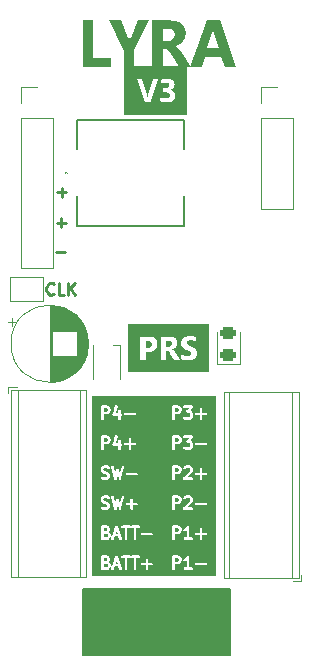
<source format=gbr>
%TF.GenerationSoftware,KiCad,Pcbnew,7.0.5*%
%TF.CreationDate,2023-12-24T21:30:35-08:00*%
%TF.ProjectId,Lyrav3,4c797261-7633-42e6-9b69-6361645f7063,rev?*%
%TF.SameCoordinates,Original*%
%TF.FileFunction,Legend,Top*%
%TF.FilePolarity,Positive*%
%FSLAX46Y46*%
G04 Gerber Fmt 4.6, Leading zero omitted, Abs format (unit mm)*
G04 Created by KiCad (PCBNEW 7.0.5) date 2023-12-24 21:30:35*
%MOMM*%
%LPD*%
G01*
G04 APERTURE LIST*
G04 Aperture macros list*
%AMRoundRect*
0 Rectangle with rounded corners*
0 $1 Rounding radius*
0 $2 $3 $4 $5 $6 $7 $8 $9 X,Y pos of 4 corners*
0 Add a 4 corners polygon primitive as box body*
4,1,4,$2,$3,$4,$5,$6,$7,$8,$9,$2,$3,0*
0 Add four circle primitives for the rounded corners*
1,1,$1+$1,$2,$3*
1,1,$1+$1,$4,$5*
1,1,$1+$1,$6,$7*
1,1,$1+$1,$8,$9*
0 Add four rect primitives between the rounded corners*
20,1,$1+$1,$2,$3,$4,$5,0*
20,1,$1+$1,$4,$5,$6,$7,0*
20,1,$1+$1,$6,$7,$8,$9,0*
20,1,$1+$1,$8,$9,$2,$3,0*%
G04 Aperture macros list end*
%ADD10C,0.250000*%
%ADD11C,0.200000*%
%ADD12C,0.225000*%
%ADD13C,0.500000*%
%ADD14C,0.700000*%
%ADD15C,0.120000*%
%ADD16C,0.100000*%
%ADD17R,1.000000X1.500000*%
%ADD18RoundRect,0.243750X0.456250X-0.243750X0.456250X0.243750X-0.456250X0.243750X-0.456250X-0.243750X0*%
%ADD19C,5.600000*%
%ADD20O,1.700000X1.700000*%
%ADD21R,1.700000X1.700000*%
%ADD22R,1.300000X3.400000*%
%ADD23R,0.800000X1.000000*%
%ADD24C,1.600000*%
%ADD25R,1.600000X1.600000*%
%ADD26C,2.200000*%
%ADD27R,2.200000X2.200000*%
%ADD28O,1.400000X1.200000*%
%ADD29O,1.900000X1.200000*%
G04 APERTURE END LIST*
D10*
X4051368Y39429734D02*
X4813273Y39429734D01*
X4432320Y39048781D02*
X4432320Y39810686D01*
X4025968Y36864334D02*
X4787873Y36864334D01*
X4406920Y36483381D02*
X4406920Y37245286D01*
X3949768Y34375134D02*
X4711673Y34375134D01*
X3759196Y30863620D02*
X3711577Y30816000D01*
X3711577Y30816000D02*
X3568720Y30768381D01*
X3568720Y30768381D02*
X3473482Y30768381D01*
X3473482Y30768381D02*
X3330625Y30816000D01*
X3330625Y30816000D02*
X3235387Y30911239D01*
X3235387Y30911239D02*
X3187768Y31006477D01*
X3187768Y31006477D02*
X3140149Y31196953D01*
X3140149Y31196953D02*
X3140149Y31339810D01*
X3140149Y31339810D02*
X3187768Y31530286D01*
X3187768Y31530286D02*
X3235387Y31625524D01*
X3235387Y31625524D02*
X3330625Y31720762D01*
X3330625Y31720762D02*
X3473482Y31768381D01*
X3473482Y31768381D02*
X3568720Y31768381D01*
X3568720Y31768381D02*
X3711577Y31720762D01*
X3711577Y31720762D02*
X3759196Y31673143D01*
X4663958Y30768381D02*
X4187768Y30768381D01*
X4187768Y30768381D02*
X4187768Y31768381D01*
X4997292Y30768381D02*
X4997292Y31768381D01*
X5568720Y30768381D02*
X5140149Y31339810D01*
X5568720Y31768381D02*
X4997292Y31196953D01*
D11*
X7154000Y19685600D02*
X17415600Y19685600D01*
X7154000Y14554800D02*
X17415600Y14554800D01*
X6265000Y5893400D02*
X18711000Y5893400D01*
X18711000Y280000D01*
X6265000Y280000D01*
X6265000Y5893400D01*
G36*
X6265000Y5893400D02*
G01*
X18711000Y5893400D01*
X18711000Y280000D01*
X6265000Y280000D01*
X6265000Y5893400D01*
G37*
X7154000Y9474800D02*
X17415600Y9474800D01*
X11497400Y22073200D02*
X13097600Y22073200D01*
X13097600Y12014800D01*
X11497400Y12014800D01*
X11497400Y22073200D01*
G36*
X11497400Y22073200D02*
G01*
X13097600Y22073200D01*
X13097600Y12014800D01*
X11497400Y12014800D01*
X11497400Y22073200D01*
G37*
X7103200Y17145600D02*
X17364800Y17145600D01*
X11268800Y14859600D02*
X13046800Y14859600D01*
X13046800Y11710000D01*
X11268800Y11710000D01*
X11268800Y14859600D01*
G36*
X11268800Y14859600D02*
G01*
X13046800Y14859600D01*
X13046800Y11710000D01*
X11268800Y11710000D01*
X11268800Y14859600D01*
G37*
X12945200Y7036400D02*
X13046800Y17145599D01*
X7103200Y12014800D02*
X17364800Y12014800D01*
D12*
G36*
X12438095Y14594243D02*
G01*
X7019643Y14594243D01*
X7019643Y16005619D01*
X7721930Y16005619D01*
X7726002Y15995801D01*
X7726002Y15929023D01*
X7723106Y15902201D01*
X7733389Y15881635D01*
X7739866Y15859577D01*
X7747897Y15852618D01*
X7779190Y15790033D01*
X7783214Y15771537D01*
X7805137Y15749614D01*
X7826247Y15726920D01*
X7828375Y15726376D01*
X7844217Y15710534D01*
X7853883Y15694260D01*
X7881616Y15680394D01*
X7908817Y15665541D01*
X7911007Y15665698D01*
X7960744Y15640830D01*
X7969646Y15631362D01*
X7989712Y15626346D01*
X7993133Y15624635D01*
X8005340Y15622439D01*
X8180189Y15578726D01*
X8248051Y15544796D01*
X8269852Y15522994D01*
X8297430Y15467838D01*
X8297430Y15425716D01*
X8269853Y15370562D01*
X8248050Y15348759D01*
X8192896Y15321181D01*
X7999616Y15321181D01*
X7858734Y15368142D01*
X7809556Y15369920D01*
X7752725Y15336234D01*
X7723125Y15277170D01*
X7730158Y15211479D01*
X7771589Y15160019D01*
X7932401Y15106416D01*
X7948326Y15096181D01*
X7979344Y15096181D01*
X8010304Y15095061D01*
X8012194Y15096181D01*
X8213398Y15096181D01*
X8240220Y15093285D01*
X8260786Y15103569D01*
X8282844Y15110045D01*
X8289803Y15118077D01*
X8352388Y15149370D01*
X8370885Y15153393D01*
X8392814Y15175324D01*
X8415501Y15196426D01*
X8416045Y15198555D01*
X8431888Y15214399D01*
X8448161Y15224063D01*
X8462022Y15251787D01*
X8476881Y15278998D01*
X8476724Y15281190D01*
X8507843Y15343429D01*
X8522430Y15366125D01*
X8522430Y15389121D01*
X8526501Y15411744D01*
X8522430Y15421560D01*
X8522430Y15488341D01*
X8525326Y15515162D01*
X8515042Y15535729D01*
X8508566Y15557786D01*
X8500534Y15564746D01*
X8469241Y15627332D01*
X8465218Y15645826D01*
X8443294Y15667750D01*
X8422185Y15690443D01*
X8420056Y15690988D01*
X8404214Y15706830D01*
X8394549Y15723103D01*
X8366823Y15736966D01*
X8339615Y15751823D01*
X8337422Y15751667D01*
X8287687Y15776534D01*
X8278786Y15786001D01*
X8258719Y15791018D01*
X8255299Y15792728D01*
X8243087Y15794926D01*
X8068242Y15838638D01*
X8000381Y15872568D01*
X7978580Y15894369D01*
X7951002Y15949525D01*
X7951002Y15991649D01*
X7978579Y16046802D01*
X8000380Y16068604D01*
X8055536Y16096181D01*
X8248817Y16096181D01*
X8389698Y16049221D01*
X8438875Y16047442D01*
X8495707Y16081128D01*
X8525306Y16140192D01*
X8518274Y16205883D01*
X8511129Y16214758D01*
X8626172Y16214758D01*
X8869188Y15194089D01*
X8869720Y15172846D01*
X8885842Y15149088D01*
X8900088Y15124169D01*
X8904207Y15122024D01*
X8906816Y15118179D01*
X8933227Y15106906D01*
X8958680Y15093647D01*
X8963303Y15094069D01*
X8967578Y15092244D01*
X8995890Y15097040D01*
X9024472Y15099646D01*
X9028135Y15102502D01*
X9032717Y15103278D01*
X9053941Y15122619D01*
X9076577Y15140264D01*
X9078114Y15144647D01*
X9081549Y15147776D01*
X9088945Y15175514D01*
X9098451Y15202603D01*
X9097374Y15207123D01*
X9171834Y15486349D01*
X9250573Y15191079D01*
X9251675Y15169861D01*
X9268425Y15146549D01*
X9283339Y15122016D01*
X9287515Y15119982D01*
X9290225Y15116210D01*
X9316920Y15105654D01*
X9342729Y15093079D01*
X9347340Y15093625D01*
X9351662Y15091916D01*
X9379832Y15097470D01*
X9408337Y15100843D01*
X9411922Y15103797D01*
X9416481Y15104695D01*
X9437174Y15124595D01*
X9459332Y15142845D01*
X9460751Y15147269D01*
X9464101Y15150489D01*
X9470751Y15178420D01*
X9479524Y15205750D01*
X9478327Y15210239D01*
X9564686Y15572948D01*
X9865303Y15572948D01*
X9892748Y15512852D01*
X9948326Y15477134D01*
X10759438Y15477134D01*
X10806654Y15490998D01*
X10849917Y15540927D01*
X10859320Y15606320D01*
X10831875Y15666416D01*
X10776297Y15702134D01*
X9965185Y15702134D01*
X9917969Y15688270D01*
X9874706Y15638341D01*
X9865303Y15572948D01*
X9564686Y15572948D01*
X9713594Y16198358D01*
X9711043Y16247501D01*
X9672493Y16301152D01*
X9611056Y16325446D01*
X9546237Y16312667D01*
X9498617Y16266873D01*
X9356136Y15668455D01*
X9283966Y15939090D01*
X9283474Y15958802D01*
X9266502Y15983813D01*
X9250807Y16009631D01*
X9248081Y16010960D01*
X9246378Y16013469D01*
X9218575Y16025336D01*
X9191417Y16038569D01*
X9188406Y16038213D01*
X9185616Y16039404D01*
X9155813Y16034356D01*
X9125809Y16030805D01*
X9123467Y16028877D01*
X9120477Y16028370D01*
X9098133Y16008010D01*
X9074814Y15988802D01*
X9073887Y15985916D01*
X9071645Y15983872D01*
X9063858Y15954672D01*
X9054622Y15925898D01*
X9055403Y15922967D01*
X8987533Y15668455D01*
X8848958Y16250472D01*
X8824535Y16293193D01*
X8765943Y16323715D01*
X8700151Y16317716D01*
X8648046Y16277098D01*
X8626172Y16214758D01*
X8511129Y16214758D01*
X8476843Y16257343D01*
X8316027Y16310949D01*
X8300106Y16321181D01*
X8269105Y16321181D01*
X8238127Y16322301D01*
X8236237Y16321181D01*
X8035034Y16321181D01*
X8008212Y16324077D01*
X7987645Y16313794D01*
X7965588Y16307317D01*
X7958628Y16299286D01*
X7896042Y16267993D01*
X7877548Y16263969D01*
X7855624Y16242046D01*
X7832931Y16220936D01*
X7832386Y16218808D01*
X7816544Y16202966D01*
X7800271Y16193300D01*
X7786408Y16165575D01*
X7771551Y16138366D01*
X7771707Y16136174D01*
X7740588Y16073935D01*
X7726002Y16051238D01*
X7726002Y16028246D01*
X7721930Y16005619D01*
X7019643Y16005619D01*
X7019643Y17117457D01*
X12438095Y17117457D01*
X12438095Y14594243D01*
G37*
G36*
X14309142Y16068604D02*
G01*
X14330943Y16046803D01*
X14358521Y15991647D01*
X14358521Y15901905D01*
X14330944Y15846752D01*
X14309142Y15824950D01*
X14253987Y15797372D01*
X14012093Y15797372D01*
X14012093Y16096181D01*
X14253988Y16096181D01*
X14309142Y16068604D01*
G37*
G36*
X17480357Y14594243D02*
G01*
X12966667Y14594243D01*
X12966667Y15668186D01*
X13783537Y15668186D01*
X13787093Y15660400D01*
X13787093Y15192507D01*
X13800957Y15145291D01*
X13850886Y15102028D01*
X13916279Y15092625D01*
X13976375Y15120070D01*
X14012093Y15175648D01*
X14012093Y15191995D01*
X14688299Y15191995D01*
X14693590Y15180409D01*
X14694499Y15167707D01*
X14707045Y15150947D01*
X14715744Y15131899D01*
X14726457Y15125014D01*
X14734090Y15114818D01*
X14753708Y15107501D01*
X14771322Y15096181D01*
X14784057Y15096181D01*
X14795991Y15091730D01*
X14816451Y15096181D01*
X15439576Y15096181D01*
X15486792Y15110045D01*
X15530055Y15159974D01*
X15539458Y15225367D01*
X15512013Y15285463D01*
X15456435Y15321181D01*
X15075954Y15321181D01*
X15327720Y15572948D01*
X15735918Y15572948D01*
X15763363Y15512852D01*
X15818941Y15477134D01*
X16120426Y15477134D01*
X16120426Y15192507D01*
X16134290Y15145291D01*
X16184219Y15102028D01*
X16249612Y15092625D01*
X16309708Y15120070D01*
X16345426Y15175648D01*
X16345426Y15477134D01*
X16630053Y15477134D01*
X16677269Y15490998D01*
X16720532Y15540927D01*
X16729935Y15606320D01*
X16702490Y15666416D01*
X16646912Y15702134D01*
X16345426Y15702134D01*
X16345426Y15986760D01*
X16331562Y16033976D01*
X16281633Y16077239D01*
X16216240Y16086642D01*
X16156144Y16059197D01*
X16120426Y16003619D01*
X16120426Y15702134D01*
X15835800Y15702134D01*
X15788584Y15688270D01*
X15745321Y15638341D01*
X15735918Y15572948D01*
X15327720Y15572948D01*
X15451052Y15696281D01*
X15472064Y15713197D01*
X15479334Y15735009D01*
X15490353Y15755187D01*
X15489594Y15765790D01*
X15525667Y15874010D01*
X15535902Y15889934D01*
X15535902Y15920952D01*
X15537022Y15951912D01*
X15535902Y15953802D01*
X15535902Y16012150D01*
X15538798Y16038971D01*
X15528514Y16059538D01*
X15522038Y16081595D01*
X15514006Y16088555D01*
X15482713Y16151141D01*
X15478690Y16169635D01*
X15456766Y16191559D01*
X15435657Y16214252D01*
X15433528Y16214797D01*
X15417686Y16230639D01*
X15408021Y16246912D01*
X15380295Y16260775D01*
X15353087Y16275632D01*
X15350894Y16275476D01*
X15288655Y16306595D01*
X15265959Y16321181D01*
X15242966Y16321181D01*
X15220340Y16325253D01*
X15210522Y16321181D01*
X15000887Y16321181D01*
X14974065Y16324077D01*
X14953498Y16313794D01*
X14931441Y16307317D01*
X14924481Y16299286D01*
X14861895Y16267993D01*
X14843401Y16263969D01*
X14821477Y16242046D01*
X14798784Y16220936D01*
X14798239Y16218808D01*
X14760988Y16181556D01*
X14737404Y16138366D01*
X14742118Y16072469D01*
X14781709Y16019580D01*
X14843610Y15996492D01*
X14908166Y16010536D01*
X14966233Y16068604D01*
X15021389Y16096181D01*
X15206369Y16096181D01*
X15261523Y16068604D01*
X15283323Y16046804D01*
X15310902Y15991648D01*
X15310902Y15941224D01*
X15277453Y15840880D01*
X14745108Y15308534D01*
X14740965Y15307317D01*
X14721968Y15285394D01*
X14713369Y15276794D01*
X14711412Y15273212D01*
X14697702Y15257388D01*
X14695889Y15244784D01*
X14689785Y15233604D01*
X14691279Y15212720D01*
X14688299Y15191995D01*
X14012093Y15191995D01*
X14012093Y15572372D01*
X14274489Y15572372D01*
X14301311Y15569476D01*
X14321877Y15579760D01*
X14343935Y15586236D01*
X14350894Y15594268D01*
X14413479Y15625561D01*
X14431975Y15629584D01*
X14453898Y15651508D01*
X14476592Y15672617D01*
X14477136Y15674746D01*
X14492978Y15690588D01*
X14509252Y15700253D01*
X14523118Y15727987D01*
X14537971Y15755187D01*
X14537814Y15757378D01*
X14568934Y15819619D01*
X14583521Y15842315D01*
X14583521Y15865311D01*
X14587592Y15887934D01*
X14583521Y15897750D01*
X14583521Y16012150D01*
X14586417Y16038971D01*
X14576133Y16059538D01*
X14569657Y16081595D01*
X14561625Y16088555D01*
X14530332Y16151141D01*
X14526309Y16169635D01*
X14504385Y16191559D01*
X14483276Y16214252D01*
X14481147Y16214797D01*
X14465305Y16230639D01*
X14455640Y16246912D01*
X14427914Y16260775D01*
X14400706Y16275632D01*
X14398513Y16275476D01*
X14336274Y16306595D01*
X14313578Y16321181D01*
X14290585Y16321181D01*
X14267959Y16325253D01*
X14258141Y16321181D01*
X13907637Y16321181D01*
X13882907Y16324737D01*
X13860176Y16314357D01*
X13836203Y16307317D01*
X13830597Y16300849D01*
X13822811Y16297292D01*
X13809300Y16276270D01*
X13792940Y16257388D01*
X13791721Y16248917D01*
X13787093Y16241714D01*
X13787093Y16216726D01*
X13783537Y16191995D01*
X13787093Y16184209D01*
X13787093Y15692917D01*
X13783537Y15668186D01*
X12966667Y15668186D01*
X12966667Y17117457D01*
X17480357Y17117457D01*
X17480357Y14594243D01*
G37*
G36*
X9158607Y10526896D02*
G01*
X8994587Y10526896D01*
X9076596Y10772925D01*
X9158607Y10526896D01*
G37*
G36*
X8301540Y10506544D02*
G01*
X8317470Y10490614D01*
X8345049Y10435457D01*
X8345049Y10345716D01*
X8317472Y10290562D01*
X8295669Y10268759D01*
X8240515Y10241181D01*
X7998621Y10241181D01*
X7998621Y10539991D01*
X8201198Y10539991D01*
X8301540Y10506544D01*
G37*
G36*
X8248051Y10988604D02*
G01*
X8269852Y10966803D01*
X8297430Y10911647D01*
X8297430Y10869525D01*
X8269852Y10814370D01*
X8248052Y10792570D01*
X8194823Y10765955D01*
X8190508Y10766111D01*
X8188618Y10764991D01*
X7998621Y10764991D01*
X7998621Y11016181D01*
X8192897Y11016181D01*
X8248051Y10988604D01*
G37*
G36*
X12961905Y9514243D02*
G01*
X7019643Y9514243D01*
X7019643Y10111995D01*
X7770065Y10111995D01*
X7780445Y10089265D01*
X7787485Y10065291D01*
X7793953Y10059686D01*
X7797510Y10051899D01*
X7818532Y10038389D01*
X7837414Y10022028D01*
X7845885Y10020810D01*
X7853088Y10016181D01*
X7878077Y10016181D01*
X7902807Y10012625D01*
X7910594Y10016181D01*
X8261017Y10016181D01*
X8287839Y10013285D01*
X8308405Y10023569D01*
X8330463Y10030045D01*
X8337422Y10038077D01*
X8400007Y10069370D01*
X8418504Y10073393D01*
X8440433Y10095324D01*
X8445175Y10099735D01*
X8629644Y10099735D01*
X8663330Y10042904D01*
X8722394Y10013304D01*
X8788085Y10020337D01*
X8839545Y10061768D01*
X8919588Y10301896D01*
X9233607Y10301896D01*
X9308318Y10077762D01*
X9336401Y10037353D01*
X9397449Y10012099D01*
X9462460Y10023858D01*
X9510793Y10068898D01*
X9527103Y10132919D01*
X9429834Y10424726D01*
X9430748Y10431082D01*
X9419520Y10455668D01*
X9200744Y11111995D01*
X9484351Y11111995D01*
X9511796Y11051899D01*
X9567374Y11016181D01*
X9773621Y11016181D01*
X9773621Y10112507D01*
X9787485Y10065291D01*
X9837414Y10022028D01*
X9902807Y10012625D01*
X9962903Y10040070D01*
X9998621Y10095648D01*
X9998621Y11016181D01*
X10188009Y11016181D01*
X10235225Y11030045D01*
X10266956Y11066667D01*
X10273701Y11051899D01*
X10329279Y11016181D01*
X10535526Y11016181D01*
X10535526Y10112507D01*
X10549390Y10065291D01*
X10599319Y10022028D01*
X10664712Y10012625D01*
X10724808Y10040070D01*
X10760526Y10095648D01*
X10760526Y10492948D01*
X11151018Y10492948D01*
X11178463Y10432852D01*
X11234041Y10397134D01*
X12045153Y10397134D01*
X12092369Y10410998D01*
X12135632Y10460927D01*
X12145035Y10526320D01*
X12117590Y10586416D01*
X12062012Y10622134D01*
X11250900Y10622134D01*
X11203684Y10608270D01*
X11160421Y10558341D01*
X11151018Y10492948D01*
X10760526Y10492948D01*
X10760526Y11016181D01*
X10949914Y11016181D01*
X10997130Y11030045D01*
X11040393Y11079974D01*
X11049796Y11145367D01*
X11022351Y11205463D01*
X10966773Y11241181D01*
X10656070Y11241181D01*
X10631340Y11244737D01*
X10623553Y11241181D01*
X10346138Y11241181D01*
X10298922Y11227317D01*
X10267190Y11190696D01*
X10260446Y11205463D01*
X10204868Y11241181D01*
X9894165Y11241181D01*
X9869435Y11244737D01*
X9861648Y11241181D01*
X9584233Y11241181D01*
X9537017Y11227317D01*
X9493754Y11177388D01*
X9484351Y11111995D01*
X9200744Y11111995D01*
X9189758Y11144953D01*
X9190217Y11157626D01*
X9179516Y11175680D01*
X9178209Y11179601D01*
X9171295Y11189549D01*
X9156531Y11214458D01*
X9152622Y11216417D01*
X9150126Y11220009D01*
X9123363Y11231081D01*
X9097467Y11244058D01*
X9093116Y11243593D01*
X9089078Y11245263D01*
X9060580Y11240109D01*
X9031776Y11237025D01*
X9028370Y11234284D01*
X9024067Y11233505D01*
X9002875Y11213758D01*
X8980316Y11195594D01*
X8978933Y11191446D01*
X8975734Y11188464D01*
X8968583Y11160397D01*
X8738842Y10471174D01*
X8731849Y10463103D01*
X8728584Y10440401D01*
X8631422Y10148913D01*
X8629644Y10099735D01*
X8445175Y10099735D01*
X8463120Y10116426D01*
X8463664Y10118555D01*
X8479507Y10134399D01*
X8495780Y10144063D01*
X8509641Y10171787D01*
X8524500Y10198998D01*
X8524343Y10201190D01*
X8555462Y10263429D01*
X8570049Y10286125D01*
X8570049Y10309121D01*
X8574120Y10331744D01*
X8570049Y10341560D01*
X8570049Y10455960D01*
X8572945Y10482781D01*
X8562661Y10503348D01*
X8556185Y10525405D01*
X8548153Y10532365D01*
X8516860Y10594951D01*
X8512837Y10613445D01*
X8490913Y10635369D01*
X8469804Y10658062D01*
X8467675Y10658607D01*
X8451577Y10674705D01*
X8462027Y10695606D01*
X8476880Y10722806D01*
X8476723Y10724997D01*
X8507843Y10787238D01*
X8522430Y10809934D01*
X8522430Y10832930D01*
X8526501Y10855553D01*
X8522430Y10865369D01*
X8522430Y10932150D01*
X8525326Y10958971D01*
X8515042Y10979538D01*
X8508566Y11001595D01*
X8500534Y11008555D01*
X8469241Y11071141D01*
X8465218Y11089635D01*
X8443294Y11111559D01*
X8422185Y11134252D01*
X8420056Y11134797D01*
X8404214Y11150639D01*
X8394549Y11166912D01*
X8366823Y11180775D01*
X8339615Y11195632D01*
X8337422Y11195476D01*
X8275183Y11226595D01*
X8252487Y11241181D01*
X8229494Y11241181D01*
X8206868Y11245253D01*
X8197050Y11241181D01*
X7894165Y11241181D01*
X7869435Y11244737D01*
X7846704Y11234357D01*
X7822731Y11227317D01*
X7817125Y11220849D01*
X7809339Y11217292D01*
X7795828Y11196270D01*
X7779468Y11177388D01*
X7778249Y11168917D01*
X7773621Y11161714D01*
X7773621Y11136726D01*
X7770065Y11111995D01*
X7773621Y11104209D01*
X7773621Y10660536D01*
X7770065Y10635805D01*
X7773621Y10628019D01*
X7773621Y10136726D01*
X7770065Y10111995D01*
X7019643Y10111995D01*
X7019643Y12037457D01*
X12961905Y12037457D01*
X12961905Y9514243D01*
G37*
G36*
X14309142Y13528604D02*
G01*
X14330943Y13506803D01*
X14358521Y13451647D01*
X14358521Y13361905D01*
X14330944Y13306751D01*
X14309142Y13284950D01*
X14253987Y13257372D01*
X14012093Y13257372D01*
X14012093Y13556181D01*
X14253988Y13556181D01*
X14309142Y13528604D01*
G37*
G36*
X17480357Y12054243D02*
G01*
X12966667Y12054243D01*
X12966667Y13128186D01*
X13783537Y13128186D01*
X13787093Y13120400D01*
X13787093Y12652507D01*
X13800957Y12605291D01*
X13850886Y12562028D01*
X13916279Y12552625D01*
X13976375Y12580070D01*
X14012093Y12635648D01*
X14012093Y12651995D01*
X14688299Y12651995D01*
X14693590Y12640409D01*
X14694499Y12627707D01*
X14707045Y12610947D01*
X14715744Y12591899D01*
X14726457Y12585014D01*
X14734090Y12574818D01*
X14753708Y12567501D01*
X14771322Y12556181D01*
X14784057Y12556181D01*
X14795991Y12551730D01*
X14816451Y12556181D01*
X15439576Y12556181D01*
X15486792Y12570045D01*
X15530055Y12619974D01*
X15539458Y12685367D01*
X15512013Y12745463D01*
X15456435Y12781181D01*
X15075954Y12781181D01*
X15327720Y13032948D01*
X15735918Y13032948D01*
X15763363Y12972852D01*
X15818941Y12937134D01*
X16630053Y12937134D01*
X16677269Y12950998D01*
X16720532Y13000927D01*
X16729935Y13066320D01*
X16702490Y13126416D01*
X16646912Y13162134D01*
X15835800Y13162134D01*
X15788584Y13148270D01*
X15745321Y13098341D01*
X15735918Y13032948D01*
X15327720Y13032948D01*
X15451052Y13156281D01*
X15472064Y13173197D01*
X15479334Y13195009D01*
X15490353Y13215187D01*
X15489594Y13225790D01*
X15525667Y13334010D01*
X15535902Y13349934D01*
X15535902Y13380952D01*
X15537022Y13411912D01*
X15535902Y13413802D01*
X15535902Y13472150D01*
X15538798Y13498971D01*
X15528514Y13519538D01*
X15522038Y13541595D01*
X15514006Y13548555D01*
X15482713Y13611141D01*
X15478690Y13629635D01*
X15456766Y13651559D01*
X15435657Y13674252D01*
X15433528Y13674797D01*
X15417686Y13690639D01*
X15408021Y13706912D01*
X15380295Y13720775D01*
X15353087Y13735632D01*
X15350894Y13735476D01*
X15288655Y13766595D01*
X15265959Y13781181D01*
X15242966Y13781181D01*
X15220340Y13785253D01*
X15210522Y13781181D01*
X15000887Y13781181D01*
X14974065Y13784077D01*
X14953498Y13773794D01*
X14931441Y13767317D01*
X14924481Y13759286D01*
X14861895Y13727993D01*
X14843401Y13723969D01*
X14821477Y13702046D01*
X14798784Y13680936D01*
X14798239Y13678808D01*
X14760988Y13641556D01*
X14737404Y13598366D01*
X14742118Y13532469D01*
X14781709Y13479580D01*
X14843610Y13456492D01*
X14908166Y13470536D01*
X14966232Y13528603D01*
X15021389Y13556181D01*
X15206369Y13556181D01*
X15261523Y13528604D01*
X15283324Y13506804D01*
X15310902Y13451648D01*
X15310902Y13401224D01*
X15277453Y13300880D01*
X14745108Y12768534D01*
X14740965Y12767317D01*
X14721968Y12745394D01*
X14713369Y12736794D01*
X14711412Y12733212D01*
X14697702Y12717388D01*
X14695889Y12704784D01*
X14689785Y12693604D01*
X14691279Y12672720D01*
X14688299Y12651995D01*
X14012093Y12651995D01*
X14012093Y13032372D01*
X14274489Y13032372D01*
X14301311Y13029476D01*
X14321877Y13039760D01*
X14343935Y13046236D01*
X14350894Y13054268D01*
X14413479Y13085561D01*
X14431975Y13089584D01*
X14453898Y13111508D01*
X14476592Y13132617D01*
X14477136Y13134746D01*
X14492978Y13150588D01*
X14509252Y13160253D01*
X14523118Y13187987D01*
X14537971Y13215187D01*
X14537814Y13217378D01*
X14568934Y13279619D01*
X14583521Y13302315D01*
X14583521Y13325311D01*
X14587592Y13347934D01*
X14583521Y13357750D01*
X14583521Y13472150D01*
X14586417Y13498971D01*
X14576133Y13519538D01*
X14569657Y13541595D01*
X14561625Y13548555D01*
X14530332Y13611141D01*
X14526309Y13629635D01*
X14504385Y13651559D01*
X14483276Y13674252D01*
X14481147Y13674797D01*
X14465305Y13690639D01*
X14455640Y13706912D01*
X14427914Y13720775D01*
X14400706Y13735632D01*
X14398513Y13735476D01*
X14336274Y13766595D01*
X14313578Y13781181D01*
X14290585Y13781181D01*
X14267959Y13785253D01*
X14258141Y13781181D01*
X13907637Y13781181D01*
X13882907Y13784737D01*
X13860176Y13774357D01*
X13836203Y13767317D01*
X13830597Y13760849D01*
X13822811Y13757292D01*
X13809300Y13736270D01*
X13792940Y13717388D01*
X13791721Y13708917D01*
X13787093Y13701714D01*
X13787093Y13676726D01*
X13783537Y13651995D01*
X13787093Y13644209D01*
X13787093Y13152917D01*
X13783537Y13128186D01*
X12966667Y13128186D01*
X12966667Y14577457D01*
X17480357Y14577457D01*
X17480357Y12054243D01*
G37*
D13*
G36*
X15080305Y46008023D02*
G01*
X9739931Y46008023D01*
X9739931Y49044575D01*
X10775645Y49044575D01*
X11445847Y47075000D01*
X11948988Y47075000D01*
X11971706Y47140946D01*
X12788695Y47140946D01*
X12813014Y47129175D01*
X12838223Y47118163D01*
X12864320Y47107910D01*
X12891307Y47098417D01*
X12919183Y47089684D01*
X12947949Y47081710D01*
X12977603Y47074495D01*
X13008147Y47068040D01*
X13039580Y47062344D01*
X13071902Y47057407D01*
X13105113Y47053230D01*
X13139214Y47049813D01*
X13174203Y47047155D01*
X13210082Y47045256D01*
X13246850Y47044117D01*
X13284508Y47043737D01*
X13306614Y47043895D01*
X13328418Y47044367D01*
X13349921Y47045154D01*
X13371122Y47046256D01*
X13392022Y47047673D01*
X13412621Y47049405D01*
X13432918Y47051451D01*
X13452913Y47053812D01*
X13472607Y47056489D01*
X13492000Y47059480D01*
X13529880Y47066406D01*
X13566555Y47074592D01*
X13602023Y47084037D01*
X13636286Y47094742D01*
X13669343Y47106706D01*
X13701194Y47119930D01*
X13731838Y47134413D01*
X13761277Y47150155D01*
X13789510Y47167156D01*
X13816537Y47185417D01*
X13842358Y47204938D01*
X13866847Y47225599D01*
X13889757Y47247161D01*
X13911086Y47269624D01*
X13930835Y47292987D01*
X13949005Y47317251D01*
X13965594Y47342416D01*
X13980604Y47368481D01*
X13994033Y47395447D01*
X14005883Y47423314D01*
X14016152Y47452081D01*
X14024842Y47481749D01*
X14031952Y47512317D01*
X14037482Y47543786D01*
X14041431Y47576156D01*
X14043801Y47609427D01*
X14044591Y47643598D01*
X14044118Y47666332D01*
X14042698Y47688615D01*
X14040332Y47710448D01*
X14037020Y47731831D01*
X14032761Y47752763D01*
X14027555Y47773245D01*
X14021404Y47793277D01*
X14014305Y47812858D01*
X14006261Y47831989D01*
X13997269Y47850670D01*
X13987332Y47868900D01*
X13976448Y47886681D01*
X13964617Y47904010D01*
X13951840Y47920890D01*
X13938117Y47937319D01*
X13923447Y47953298D01*
X13908020Y47968662D01*
X13891901Y47983248D01*
X13875093Y47997055D01*
X13857593Y48010084D01*
X13839403Y48022335D01*
X13820521Y48033806D01*
X13800950Y48044500D01*
X13780687Y48054414D01*
X13759734Y48063551D01*
X13738089Y48071908D01*
X13715755Y48079487D01*
X13692729Y48086288D01*
X13669013Y48092310D01*
X13644606Y48097554D01*
X13619508Y48102019D01*
X13593719Y48105705D01*
X13593719Y48112544D01*
X13617822Y48118868D01*
X13641159Y48125748D01*
X13663732Y48133186D01*
X13685539Y48141182D01*
X13706581Y48149734D01*
X13726858Y48158843D01*
X13746370Y48168510D01*
X13765116Y48178734D01*
X13783098Y48189515D01*
X13800314Y48200853D01*
X13816765Y48212749D01*
X13832451Y48225201D01*
X13847372Y48238211D01*
X13861528Y48251778D01*
X13887543Y48280583D01*
X13910498Y48311617D01*
X13930393Y48344880D01*
X13939192Y48362347D01*
X13947226Y48380372D01*
X13954495Y48398953D01*
X13960999Y48418092D01*
X13966738Y48437788D01*
X13971712Y48458041D01*
X13975920Y48478851D01*
X13979363Y48500219D01*
X13982041Y48522143D01*
X13983954Y48544625D01*
X13985102Y48567664D01*
X13985485Y48591260D01*
X13984826Y48617871D01*
X13982851Y48643849D01*
X13979560Y48669193D01*
X13974952Y48693903D01*
X13969027Y48717980D01*
X13961785Y48741424D01*
X13953227Y48764234D01*
X13943353Y48786410D01*
X13932161Y48807953D01*
X13919654Y48828863D01*
X13905829Y48849139D01*
X13890688Y48868781D01*
X13874230Y48887790D01*
X13856456Y48906165D01*
X13837365Y48923907D01*
X13816957Y48941016D01*
X13795427Y48957342D01*
X13772848Y48972615D01*
X13749220Y48986834D01*
X13724542Y49000000D01*
X13698814Y49012113D01*
X13672037Y49023173D01*
X13644211Y49033179D01*
X13615335Y49042132D01*
X13585409Y49050032D01*
X13554434Y49056879D01*
X13522410Y49062672D01*
X13489336Y49067412D01*
X13455212Y49071098D01*
X13420040Y49073731D01*
X13383817Y49075311D01*
X13346545Y49075838D01*
X13312313Y49075422D01*
X13278615Y49074174D01*
X13245452Y49072094D01*
X13212822Y49069182D01*
X13180727Y49065439D01*
X13149167Y49060863D01*
X13118140Y49055455D01*
X13087648Y49049215D01*
X13057690Y49042144D01*
X13028266Y49034240D01*
X12999377Y49025505D01*
X12971022Y49015937D01*
X12943201Y49005538D01*
X12915915Y48994307D01*
X12889162Y48982243D01*
X12862944Y48969348D01*
X12862944Y48606892D01*
X12886314Y48622035D01*
X12909770Y48636201D01*
X12933315Y48649390D01*
X12956947Y48661602D01*
X12980668Y48672837D01*
X13004476Y48683095D01*
X13028371Y48692377D01*
X13052355Y48700681D01*
X13076426Y48708008D01*
X13100585Y48714358D01*
X13124832Y48719732D01*
X13149167Y48724128D01*
X13173589Y48727548D01*
X13198099Y48729990D01*
X13222697Y48731455D01*
X13247383Y48731944D01*
X13283170Y48731057D01*
X13316648Y48728395D01*
X13347818Y48723958D01*
X13376679Y48717747D01*
X13403231Y48709762D01*
X13427474Y48700002D01*
X13449408Y48688467D01*
X13469033Y48675158D01*
X13486350Y48660074D01*
X13501357Y48643215D01*
X13514056Y48624582D01*
X13524446Y48604174D01*
X13532527Y48581992D01*
X13538299Y48558035D01*
X13541762Y48532304D01*
X13542917Y48504798D01*
X13541415Y48475518D01*
X13536910Y48448126D01*
X13529401Y48422624D01*
X13518889Y48399010D01*
X13505374Y48377286D01*
X13488855Y48357451D01*
X13469333Y48339505D01*
X13446807Y48323448D01*
X13421278Y48309280D01*
X13392745Y48297001D01*
X13361209Y48286611D01*
X13326670Y48278110D01*
X13289127Y48271499D01*
X13269230Y48268901D01*
X13248581Y48266776D01*
X13227182Y48265123D01*
X13205031Y48263942D01*
X13182130Y48263234D01*
X13158478Y48262998D01*
X12989462Y48262998D01*
X12989462Y47919104D01*
X13172156Y47919104D01*
X13184590Y47919036D01*
X13208957Y47918490D01*
X13232656Y47917398D01*
X13255687Y47915761D01*
X13278051Y47913578D01*
X13299747Y47910850D01*
X13320774Y47907575D01*
X13341134Y47903755D01*
X13360826Y47899389D01*
X13389112Y47891817D01*
X13415895Y47883017D01*
X13441176Y47872990D01*
X13464954Y47861734D01*
X13487229Y47849250D01*
X13501130Y47840349D01*
X13520300Y47826131D01*
X13537452Y47810874D01*
X13552586Y47794578D01*
X13565702Y47777243D01*
X13576800Y47758869D01*
X13585880Y47739456D01*
X13592943Y47719004D01*
X13597988Y47697513D01*
X13601014Y47674983D01*
X13602023Y47651414D01*
X13601661Y47636057D01*
X13599757Y47613823D01*
X13596223Y47592551D01*
X13591056Y47572241D01*
X13584258Y47552892D01*
X13575829Y47534505D01*
X13565769Y47517080D01*
X13554076Y47500617D01*
X13540753Y47485115D01*
X13525798Y47470575D01*
X13509211Y47456996D01*
X13503339Y47452729D01*
X13484863Y47440739D01*
X13465099Y47429968D01*
X13444048Y47420417D01*
X13421708Y47412085D01*
X13398081Y47404973D01*
X13373165Y47399079D01*
X13346961Y47394405D01*
X13319470Y47390951D01*
X13290690Y47388715D01*
X13270788Y47387902D01*
X13250314Y47387631D01*
X13217598Y47388120D01*
X13185398Y47389585D01*
X13153714Y47392028D01*
X13122544Y47395447D01*
X13091890Y47399843D01*
X13061751Y47405217D01*
X13032127Y47411567D01*
X13003018Y47418894D01*
X12974424Y47427199D01*
X12946346Y47436480D01*
X12918783Y47446738D01*
X12891735Y47457973D01*
X12865202Y47470185D01*
X12839184Y47483375D01*
X12813682Y47497541D01*
X12788695Y47512684D01*
X12788695Y47140946D01*
X11971706Y47140946D01*
X12627494Y49044575D01*
X12162944Y49044575D01*
X11755059Y47679257D01*
X11749124Y47658808D01*
X11743593Y47638677D01*
X11738465Y47618863D01*
X11733741Y47599367D01*
X11728070Y47573867D01*
X11723117Y47548931D01*
X11718880Y47524560D01*
X11715362Y47500754D01*
X11712561Y47477513D01*
X11704256Y47477513D01*
X11702142Y47499174D01*
X11699219Y47521660D01*
X11695487Y47544970D01*
X11690945Y47569104D01*
X11685595Y47594062D01*
X11681051Y47613322D01*
X11676052Y47633046D01*
X11670598Y47653233D01*
X11664689Y47673884D01*
X11253873Y49044575D01*
X10775645Y49044575D01*
X9739931Y49044575D01*
X9739931Y50111552D01*
X15080305Y50111552D01*
X15080305Y46008023D01*
G37*
D14*
G36*
X8571598Y50055000D02*
G01*
X6224912Y50055000D01*
X6224912Y53994149D01*
X7112979Y53994149D01*
X7112979Y50805315D01*
X8571598Y50805315D01*
X8571598Y50055000D01*
G37*
G36*
X11857152Y53994149D02*
G01*
X10573412Y51455977D01*
X10573412Y50055000D01*
X9686322Y50055000D01*
X9686322Y51439369D01*
X8435799Y53994149D01*
X9449895Y53994149D01*
X10083949Y52524784D01*
X10097851Y52482770D01*
X10109515Y52443066D01*
X10120872Y52402888D01*
X10134031Y52355230D01*
X10145082Y52314578D01*
X10157146Y52269718D01*
X10170223Y52220651D01*
X10174808Y52203361D01*
X10185554Y52203361D01*
X10194805Y52251370D01*
X10204483Y52296722D01*
X10214589Y52339419D01*
X10225122Y52379460D01*
X10238889Y52425775D01*
X10253324Y52467940D01*
X10268427Y52505956D01*
X10271528Y52513061D01*
X10917306Y53994149D01*
X11857152Y53994149D01*
G37*
G36*
X13581816Y53993100D02*
G01*
X13667251Y53989951D01*
X13749886Y53984704D01*
X13829719Y53977357D01*
X13906751Y53967912D01*
X13980981Y53956368D01*
X14052411Y53942725D01*
X14121039Y53926982D01*
X14186867Y53909141D01*
X14249893Y53889201D01*
X14310118Y53867162D01*
X14367541Y53843024D01*
X14422164Y53816787D01*
X14473985Y53788451D01*
X14523006Y53758016D01*
X14569225Y53725482D01*
X14612643Y53690849D01*
X14653260Y53654117D01*
X14691075Y53615287D01*
X14726090Y53574357D01*
X14758303Y53531328D01*
X14787715Y53486200D01*
X14814326Y53438974D01*
X14838136Y53389648D01*
X14859145Y53338224D01*
X14877353Y53284700D01*
X14892759Y53229078D01*
X14905364Y53171356D01*
X14915168Y53111536D01*
X14922171Y53049616D01*
X14926373Y52985598D01*
X14927773Y52919481D01*
X14926781Y52868434D01*
X14923804Y52818364D01*
X14918843Y52769271D01*
X14911898Y52721155D01*
X14902968Y52674017D01*
X14892053Y52627855D01*
X14879154Y52582670D01*
X14864270Y52538462D01*
X14847814Y52495277D01*
X14829710Y52453160D01*
X14809957Y52412112D01*
X14788555Y52372132D01*
X14765505Y52333221D01*
X14740806Y52295379D01*
X14714458Y52258605D01*
X14686462Y52222900D01*
X14656878Y52188324D01*
X14625767Y52154939D01*
X14593130Y52122745D01*
X14558967Y52091742D01*
X14523277Y52061929D01*
X14486060Y52033307D01*
X14447317Y52005875D01*
X14407048Y51979634D01*
X14365679Y51954920D01*
X14323150Y51931579D01*
X14279461Y51909613D01*
X14234612Y51889020D01*
X14188603Y51869801D01*
X14141434Y51851956D01*
X14093104Y51835485D01*
X14043614Y51820388D01*
X14043614Y51809641D01*
X14081802Y51796037D01*
X14119429Y51779160D01*
X14156495Y51759011D01*
X14192999Y51735590D01*
X14213607Y51720737D01*
X14249611Y51692827D01*
X14279951Y51667342D01*
X14309809Y51640414D01*
X14339187Y51612044D01*
X14368084Y51582231D01*
X14372854Y51577122D01*
X14401556Y51545901D01*
X14429778Y51513787D01*
X14457518Y51480780D01*
X14484778Y51446879D01*
X14511557Y51412086D01*
X14520376Y51400290D01*
X14546308Y51364925D01*
X14571347Y51329902D01*
X14595492Y51295224D01*
X14618745Y51260888D01*
X14641105Y51226897D01*
X14648360Y51215643D01*
X15392812Y50055000D01*
X14372854Y50055000D01*
X13760293Y51063235D01*
X13739041Y51098641D01*
X13718027Y51132806D01*
X13693126Y51172167D01*
X13668568Y51209743D01*
X13644354Y51245532D01*
X13628401Y51268399D01*
X13604553Y51301509D01*
X13580637Y51332696D01*
X13552647Y51366649D01*
X13524564Y51397985D01*
X13500418Y51422760D01*
X13471928Y51449521D01*
X13438680Y51476556D01*
X13404700Y51499805D01*
X13369987Y51519268D01*
X13365596Y51521435D01*
X13325574Y51537964D01*
X13283542Y51549084D01*
X13244494Y51554426D01*
X13214166Y51555629D01*
X12974808Y51555629D01*
X12974808Y50055000D01*
X12086741Y50055000D01*
X12086741Y53306361D01*
X12974808Y53306361D01*
X12974808Y52243416D01*
X13359734Y52243416D01*
X13412236Y52244825D01*
X13462763Y52249049D01*
X13511315Y52256090D01*
X13557892Y52265948D01*
X13602494Y52278622D01*
X13645121Y52294112D01*
X13685773Y52312419D01*
X13724450Y52333542D01*
X13761152Y52357482D01*
X13795880Y52384238D01*
X13817934Y52403640D01*
X13849361Y52434726D01*
X13877697Y52467170D01*
X13902942Y52500970D01*
X13925095Y52536126D01*
X13944158Y52572640D01*
X13960129Y52610510D01*
X13973009Y52649736D01*
X13982798Y52690320D01*
X13989495Y52732260D01*
X13993102Y52775557D01*
X13993789Y52805175D01*
X13991373Y52865865D01*
X13984126Y52922641D01*
X13972047Y52975500D01*
X13955137Y53024444D01*
X13933396Y53069472D01*
X13906823Y53110585D01*
X13875419Y53147783D01*
X13839183Y53181065D01*
X13798116Y53210431D01*
X13752217Y53235882D01*
X13701487Y53257417D01*
X13645926Y53275037D01*
X13585533Y53288741D01*
X13520309Y53298530D01*
X13450253Y53304404D01*
X13375366Y53306361D01*
X12974808Y53306361D01*
X12086741Y53306361D01*
X12086741Y53994149D01*
X13493579Y53994149D01*
X13581816Y53993100D01*
G37*
G36*
X19205931Y50055000D02*
G01*
X18238729Y50055000D01*
X17958339Y50867841D01*
X16557362Y50867841D01*
X16279902Y50055000D01*
X15317585Y50055000D01*
X15886710Y51618155D01*
X16746894Y51618155D01*
X17755129Y51618155D01*
X17332100Y52936089D01*
X17320804Y52974115D01*
X17310362Y53013942D01*
X17300776Y53055570D01*
X17292044Y53098999D01*
X17284167Y53144230D01*
X17277145Y53191262D01*
X17270978Y53240095D01*
X17265666Y53290730D01*
X17244173Y53290730D01*
X17240097Y53247545D01*
X17234708Y53204451D01*
X17228007Y53161449D01*
X17219993Y53118539D01*
X17210666Y53075720D01*
X17200026Y53032992D01*
X17188073Y52990357D01*
X17174808Y52947813D01*
X16746894Y51618155D01*
X15886710Y51618155D01*
X16751779Y53994149D01*
X17803977Y53994149D01*
X19205931Y50055000D01*
G37*
D12*
G36*
X8295670Y18608604D02*
G01*
X8317471Y18586803D01*
X8345049Y18531647D01*
X8345049Y18441905D01*
X8317472Y18386752D01*
X8295670Y18364950D01*
X8240515Y18337372D01*
X7998621Y18337372D01*
X7998621Y18636181D01*
X8240516Y18636181D01*
X8295670Y18608604D01*
G37*
G36*
X11533333Y17134243D02*
G01*
X7019643Y17134243D01*
X7019643Y18208186D01*
X7770065Y18208186D01*
X7773621Y18200400D01*
X7773621Y17732507D01*
X7787485Y17685291D01*
X7837414Y17642028D01*
X7902807Y17632625D01*
X7962903Y17660070D01*
X7998621Y17715648D01*
X7998621Y18065329D01*
X8722446Y18065329D01*
X8725114Y18059487D01*
X8724882Y18053069D01*
X8738661Y18029822D01*
X8749891Y18005233D01*
X8755294Y18001761D01*
X8758568Y17996238D01*
X8782725Y17984132D01*
X8805469Y17969515D01*
X8811891Y17969515D01*
X8817632Y17966638D01*
X8844504Y17969515D01*
X9202192Y17969515D01*
X9202192Y17732507D01*
X9216056Y17685291D01*
X9265985Y17642028D01*
X9331378Y17632625D01*
X9391474Y17660070D01*
X9427192Y17715648D01*
X9427192Y17969515D01*
X9473723Y17969515D01*
X9520939Y17983379D01*
X9564202Y18033308D01*
X9573605Y18098701D01*
X9567099Y18112948D01*
X9722446Y18112948D01*
X9749891Y18052852D01*
X9805469Y18017134D01*
X10106954Y18017134D01*
X10106954Y17732507D01*
X10120818Y17685291D01*
X10170747Y17642028D01*
X10236140Y17632625D01*
X10296236Y17660070D01*
X10331954Y17715648D01*
X10331954Y18017134D01*
X10616581Y18017134D01*
X10663797Y18030998D01*
X10707060Y18080927D01*
X10716463Y18146320D01*
X10689018Y18206416D01*
X10633440Y18242134D01*
X10331954Y18242134D01*
X10331954Y18526760D01*
X10318090Y18573976D01*
X10268161Y18617239D01*
X10202768Y18626642D01*
X10142672Y18599197D01*
X10106954Y18543619D01*
X10106954Y18242134D01*
X9822328Y18242134D01*
X9775112Y18228270D01*
X9731849Y18178341D01*
X9722446Y18112948D01*
X9567099Y18112948D01*
X9546160Y18158797D01*
X9490582Y18194515D01*
X9427192Y18194515D01*
X9427192Y18431522D01*
X9413328Y18478738D01*
X9363399Y18522001D01*
X9298006Y18531404D01*
X9237910Y18503959D01*
X9202192Y18448381D01*
X9202192Y18194515D01*
X8994587Y18194515D01*
X9188438Y18776068D01*
X9190217Y18825245D01*
X9156531Y18882077D01*
X9097467Y18911676D01*
X9031776Y18904644D01*
X8980316Y18863213D01*
X8738841Y18138793D01*
X8731849Y18130722D01*
X8728584Y18108022D01*
X8726660Y18102247D01*
X8726292Y18092079D01*
X8722446Y18065329D01*
X7998621Y18065329D01*
X7998621Y18112372D01*
X8261017Y18112372D01*
X8287839Y18109476D01*
X8308405Y18119760D01*
X8330463Y18126236D01*
X8337422Y18134268D01*
X8400007Y18165561D01*
X8418503Y18169584D01*
X8440426Y18191508D01*
X8463120Y18212617D01*
X8463664Y18214746D01*
X8479506Y18230588D01*
X8495780Y18240253D01*
X8509646Y18267987D01*
X8524499Y18295187D01*
X8524342Y18297378D01*
X8555462Y18359619D01*
X8570049Y18382315D01*
X8570049Y18405311D01*
X8574120Y18427934D01*
X8570049Y18437750D01*
X8570049Y18552150D01*
X8572945Y18578971D01*
X8562661Y18599538D01*
X8556185Y18621595D01*
X8548153Y18628555D01*
X8516860Y18691141D01*
X8512837Y18709635D01*
X8490913Y18731559D01*
X8469804Y18754252D01*
X8467675Y18754797D01*
X8451833Y18770639D01*
X8442168Y18786912D01*
X8414442Y18800775D01*
X8387234Y18815632D01*
X8385041Y18815476D01*
X8322802Y18846595D01*
X8300106Y18861181D01*
X8277113Y18861181D01*
X8254487Y18865253D01*
X8244669Y18861181D01*
X7894165Y18861181D01*
X7869435Y18864737D01*
X7846704Y18854357D01*
X7822731Y18847317D01*
X7817125Y18840849D01*
X7809339Y18837292D01*
X7795828Y18816270D01*
X7779468Y18797388D01*
X7778249Y18788917D01*
X7773621Y18781714D01*
X7773621Y18756726D01*
X7770065Y18731995D01*
X7773621Y18724209D01*
X7773621Y18232917D01*
X7770065Y18208186D01*
X7019643Y18208186D01*
X7019643Y19657457D01*
X11533333Y19657457D01*
X11533333Y17134243D01*
G37*
G36*
X11676190Y12054243D02*
G01*
X7019643Y12054243D01*
X7019643Y13465619D01*
X7721930Y13465619D01*
X7726002Y13455801D01*
X7726002Y13389023D01*
X7723106Y13362201D01*
X7733389Y13341635D01*
X7739866Y13319577D01*
X7747897Y13312618D01*
X7779190Y13250033D01*
X7783214Y13231537D01*
X7805137Y13209614D01*
X7826247Y13186920D01*
X7828375Y13186376D01*
X7844217Y13170534D01*
X7853883Y13154260D01*
X7881616Y13140394D01*
X7908817Y13125541D01*
X7911007Y13125698D01*
X7960744Y13100830D01*
X7969646Y13091362D01*
X7989712Y13086346D01*
X7993133Y13084635D01*
X8005340Y13082439D01*
X8180189Y13038726D01*
X8248051Y13004795D01*
X8269852Y12982994D01*
X8297430Y12927838D01*
X8297430Y12885716D01*
X8269853Y12830562D01*
X8248050Y12808759D01*
X8192896Y12781181D01*
X7999616Y12781181D01*
X7858734Y12828142D01*
X7809556Y12829920D01*
X7752725Y12796234D01*
X7723125Y12737170D01*
X7730158Y12671479D01*
X7771589Y12620019D01*
X7932401Y12566416D01*
X7948326Y12556181D01*
X7979344Y12556181D01*
X8010304Y12555061D01*
X8012194Y12556181D01*
X8213398Y12556181D01*
X8240220Y12553285D01*
X8260786Y12563569D01*
X8282844Y12570045D01*
X8289803Y12578077D01*
X8352388Y12609370D01*
X8370885Y12613393D01*
X8392814Y12635324D01*
X8415501Y12656426D01*
X8416045Y12658555D01*
X8431888Y12674399D01*
X8448161Y12684063D01*
X8462022Y12711787D01*
X8476881Y12738998D01*
X8476724Y12741190D01*
X8507843Y12803429D01*
X8522430Y12826125D01*
X8522430Y12849121D01*
X8526501Y12871744D01*
X8522430Y12881560D01*
X8522430Y12948341D01*
X8525326Y12975162D01*
X8515042Y12995729D01*
X8508566Y13017786D01*
X8500534Y13024746D01*
X8469241Y13087332D01*
X8465218Y13105826D01*
X8443294Y13127750D01*
X8422185Y13150443D01*
X8420056Y13150988D01*
X8404214Y13166830D01*
X8394549Y13183103D01*
X8366823Y13196966D01*
X8339615Y13211823D01*
X8337422Y13211667D01*
X8287687Y13236534D01*
X8278786Y13246001D01*
X8258719Y13251018D01*
X8255299Y13252728D01*
X8243087Y13254926D01*
X8068242Y13298638D01*
X8000381Y13332568D01*
X7978580Y13354370D01*
X7951002Y13409525D01*
X7951002Y13451649D01*
X7978578Y13506802D01*
X8000380Y13528604D01*
X8055536Y13556181D01*
X8248817Y13556181D01*
X8389698Y13509221D01*
X8438875Y13507442D01*
X8495707Y13541128D01*
X8525306Y13600192D01*
X8518274Y13665883D01*
X8511129Y13674758D01*
X8626172Y13674758D01*
X8869188Y12654089D01*
X8869720Y12632846D01*
X8885842Y12609088D01*
X8900088Y12584169D01*
X8904207Y12582024D01*
X8906816Y12578179D01*
X8933227Y12566906D01*
X8958680Y12553647D01*
X8963303Y12554069D01*
X8967578Y12552244D01*
X8995890Y12557040D01*
X9024472Y12559646D01*
X9028135Y12562502D01*
X9032717Y12563278D01*
X9053941Y12582619D01*
X9076577Y12600264D01*
X9078114Y12604647D01*
X9081549Y12607776D01*
X9088945Y12635514D01*
X9098451Y12662603D01*
X9097374Y12667123D01*
X9171834Y12946349D01*
X9250573Y12651079D01*
X9251675Y12629861D01*
X9268425Y12606549D01*
X9283339Y12582016D01*
X9287515Y12579982D01*
X9290225Y12576210D01*
X9316920Y12565654D01*
X9342729Y12553079D01*
X9347340Y12553625D01*
X9351662Y12551916D01*
X9379832Y12557470D01*
X9408337Y12560843D01*
X9411922Y12563797D01*
X9416481Y12564695D01*
X9437174Y12584595D01*
X9459332Y12602845D01*
X9460751Y12607269D01*
X9464101Y12610489D01*
X9470751Y12638420D01*
X9479524Y12665750D01*
X9478327Y12670239D01*
X9564686Y13032948D01*
X9865303Y13032948D01*
X9892748Y12972852D01*
X9948326Y12937134D01*
X10249811Y12937134D01*
X10249811Y12652507D01*
X10263675Y12605291D01*
X10313604Y12562028D01*
X10378997Y12552625D01*
X10439093Y12580070D01*
X10474811Y12635648D01*
X10474811Y12937134D01*
X10759438Y12937134D01*
X10806654Y12950998D01*
X10849917Y13000927D01*
X10859320Y13066320D01*
X10831875Y13126416D01*
X10776297Y13162134D01*
X10474811Y13162134D01*
X10474811Y13446760D01*
X10460947Y13493976D01*
X10411018Y13537239D01*
X10345625Y13546642D01*
X10285529Y13519197D01*
X10249811Y13463619D01*
X10249811Y13162134D01*
X9965185Y13162134D01*
X9917969Y13148270D01*
X9874706Y13098341D01*
X9865303Y13032948D01*
X9564686Y13032948D01*
X9713594Y13658358D01*
X9711043Y13707501D01*
X9672493Y13761152D01*
X9611056Y13785446D01*
X9546237Y13772667D01*
X9498617Y13726873D01*
X9356136Y13128455D01*
X9283966Y13399090D01*
X9283474Y13418802D01*
X9266502Y13443813D01*
X9250807Y13469631D01*
X9248081Y13470960D01*
X9246378Y13473469D01*
X9218575Y13485336D01*
X9191417Y13498569D01*
X9188406Y13498213D01*
X9185616Y13499404D01*
X9155813Y13494356D01*
X9125809Y13490805D01*
X9123467Y13488877D01*
X9120477Y13488370D01*
X9098133Y13468010D01*
X9074814Y13448802D01*
X9073887Y13445916D01*
X9071645Y13443872D01*
X9063858Y13414672D01*
X9054622Y13385898D01*
X9055403Y13382967D01*
X8987533Y13128455D01*
X8848958Y13710472D01*
X8824535Y13753193D01*
X8765943Y13783715D01*
X8700151Y13777716D01*
X8648046Y13737098D01*
X8626172Y13674758D01*
X8511129Y13674758D01*
X8476843Y13717343D01*
X8316027Y13770949D01*
X8300106Y13781181D01*
X8269105Y13781181D01*
X8238127Y13782301D01*
X8236237Y13781181D01*
X8035034Y13781181D01*
X8008212Y13784077D01*
X7987645Y13773794D01*
X7965588Y13767317D01*
X7958628Y13759286D01*
X7896042Y13727993D01*
X7877548Y13723969D01*
X7855624Y13702046D01*
X7832931Y13680936D01*
X7832386Y13678808D01*
X7816544Y13662966D01*
X7800271Y13653300D01*
X7786408Y13625575D01*
X7771551Y13598366D01*
X7771707Y13596174D01*
X7740588Y13533935D01*
X7726002Y13511238D01*
X7726002Y13488246D01*
X7721930Y13465619D01*
X7019643Y13465619D01*
X7019643Y14577457D01*
X11676190Y14577457D01*
X11676190Y12054243D01*
G37*
G36*
X14318342Y18608604D02*
G01*
X14340143Y18586803D01*
X14367721Y18531647D01*
X14367721Y18441905D01*
X14340143Y18386751D01*
X14318343Y18364951D01*
X14263187Y18337372D01*
X14021293Y18337372D01*
X14021293Y18636181D01*
X14263188Y18636181D01*
X14318342Y18608604D01*
G37*
G36*
X17489557Y17134243D02*
G01*
X12975867Y17134243D01*
X12975867Y18208186D01*
X13792737Y18208186D01*
X13796293Y18200400D01*
X13796293Y17732507D01*
X13810157Y17685291D01*
X13860086Y17642028D01*
X13925479Y17632625D01*
X13985575Y17660070D01*
X14021293Y17715648D01*
X14021293Y17852286D01*
X14696605Y17852286D01*
X14710647Y17787729D01*
X14771651Y17726725D01*
X14781317Y17710450D01*
X14809052Y17696583D01*
X14836250Y17681731D01*
X14838441Y17681888D01*
X14900682Y17650768D01*
X14923379Y17636181D01*
X14946375Y17636181D01*
X14968998Y17632110D01*
X14978814Y17636181D01*
X15236070Y17636181D01*
X15262892Y17633285D01*
X15283458Y17643569D01*
X15305516Y17650045D01*
X15312475Y17658077D01*
X15375060Y17689370D01*
X15393557Y17693393D01*
X15415486Y17715324D01*
X15438173Y17736426D01*
X15438717Y17738555D01*
X15454560Y17754399D01*
X15470833Y17764063D01*
X15484694Y17791787D01*
X15499553Y17818998D01*
X15499396Y17821190D01*
X15530515Y17883429D01*
X15545102Y17906125D01*
X15545102Y17929121D01*
X15549173Y17951744D01*
X15545102Y17961560D01*
X15545102Y18112948D01*
X15745118Y18112948D01*
X15772563Y18052852D01*
X15828141Y18017134D01*
X16639253Y18017134D01*
X16686469Y18030998D01*
X16729732Y18080927D01*
X16739135Y18146320D01*
X16711690Y18206416D01*
X16656112Y18242134D01*
X15845000Y18242134D01*
X15797784Y18228270D01*
X15754521Y18178341D01*
X15745118Y18112948D01*
X15545102Y18112948D01*
X15545102Y18171198D01*
X15547998Y18198019D01*
X15537714Y18218586D01*
X15531238Y18240643D01*
X15523206Y18247603D01*
X15491913Y18310189D01*
X15487890Y18328683D01*
X15465966Y18350607D01*
X15444857Y18373300D01*
X15442728Y18373845D01*
X15426886Y18389687D01*
X15417221Y18405960D01*
X15389495Y18419823D01*
X15362287Y18434680D01*
X15360094Y18434524D01*
X15323298Y18452922D01*
X15495710Y18649963D01*
X15495992Y18650045D01*
X15517301Y18674639D01*
X15527918Y18686771D01*
X15528036Y18687027D01*
X15539255Y18699974D01*
X15541614Y18716385D01*
X15548576Y18731435D01*
X15546219Y18748407D01*
X15548658Y18765367D01*
X15541769Y18780452D01*
X15539489Y18796872D01*
X15528331Y18809875D01*
X15521213Y18825463D01*
X15507264Y18834427D01*
X15496468Y18847010D01*
X15480050Y18851917D01*
X15465635Y18861181D01*
X15449054Y18861181D01*
X15433168Y18865929D01*
X15416704Y18861181D01*
X14797381Y18861181D01*
X14750165Y18847317D01*
X14706902Y18797388D01*
X14697499Y18731995D01*
X14724944Y18671899D01*
X14780522Y18636181D01*
X15184678Y18636181D01*
X15036160Y18466448D01*
X15035879Y18466365D01*
X15014569Y18441772D01*
X15003953Y18429639D01*
X15003834Y18429384D01*
X14992616Y18416436D01*
X14990256Y18400026D01*
X14983295Y18384975D01*
X14985651Y18368004D01*
X14983213Y18351043D01*
X14990101Y18335959D01*
X14992382Y18319538D01*
X15003539Y18306536D01*
X15010658Y18290947D01*
X15024606Y18281984D01*
X15035403Y18269400D01*
X15051820Y18264494D01*
X15066236Y18255229D01*
X15082817Y18255229D01*
X15098703Y18250481D01*
X15115167Y18255229D01*
X15215569Y18255229D01*
X15270723Y18227653D01*
X15292524Y18205851D01*
X15320102Y18150696D01*
X15320102Y17965715D01*
X15292525Y17910562D01*
X15270722Y17888759D01*
X15215568Y17861181D01*
X14982969Y17861181D01*
X14927816Y17888758D01*
X14881669Y17934906D01*
X14838479Y17958489D01*
X14772582Y17953777D01*
X14719693Y17914186D01*
X14696605Y17852286D01*
X14021293Y17852286D01*
X14021293Y18112372D01*
X14283689Y18112372D01*
X14310511Y18109476D01*
X14331077Y18119760D01*
X14353135Y18126236D01*
X14360094Y18134268D01*
X14422679Y18165561D01*
X14441175Y18169584D01*
X14463098Y18191508D01*
X14485792Y18212617D01*
X14486336Y18214746D01*
X14502178Y18230588D01*
X14518452Y18240253D01*
X14532318Y18267987D01*
X14547171Y18295187D01*
X14547014Y18297378D01*
X14578134Y18359619D01*
X14592721Y18382315D01*
X14592721Y18405311D01*
X14596792Y18427934D01*
X14592721Y18437750D01*
X14592721Y18552150D01*
X14595617Y18578971D01*
X14585333Y18599538D01*
X14578857Y18621595D01*
X14570825Y18628555D01*
X14539532Y18691141D01*
X14535509Y18709635D01*
X14513585Y18731559D01*
X14492476Y18754252D01*
X14490347Y18754797D01*
X14474505Y18770639D01*
X14464840Y18786912D01*
X14437114Y18800775D01*
X14409906Y18815632D01*
X14407713Y18815476D01*
X14345474Y18846595D01*
X14322778Y18861181D01*
X14299785Y18861181D01*
X14277159Y18865253D01*
X14267341Y18861181D01*
X13916837Y18861181D01*
X13892107Y18864737D01*
X13869376Y18854357D01*
X13845403Y18847317D01*
X13839797Y18840849D01*
X13832011Y18837292D01*
X13818500Y18816270D01*
X13802140Y18797388D01*
X13800921Y18788917D01*
X13796293Y18781714D01*
X13796293Y18756726D01*
X13792737Y18731995D01*
X13796293Y18724209D01*
X13796293Y18232917D01*
X13792737Y18208186D01*
X12975867Y18208186D01*
X12975867Y19657457D01*
X17489557Y19657457D01*
X17489557Y17134243D01*
G37*
G36*
X8295670Y21148604D02*
G01*
X8317471Y21126803D01*
X8345049Y21071647D01*
X8345049Y20981905D01*
X8317472Y20926751D01*
X8295671Y20904951D01*
X8240515Y20877372D01*
X7998621Y20877372D01*
X7998621Y21176181D01*
X8240516Y21176181D01*
X8295670Y21148604D01*
G37*
G36*
X11533333Y19674243D02*
G01*
X7019643Y19674243D01*
X7019643Y20748186D01*
X7770065Y20748186D01*
X7773621Y20740400D01*
X7773621Y20272507D01*
X7787485Y20225291D01*
X7837414Y20182028D01*
X7902807Y20172625D01*
X7962903Y20200070D01*
X7998621Y20255648D01*
X7998621Y20605329D01*
X8722446Y20605329D01*
X8725114Y20599487D01*
X8724882Y20593069D01*
X8738661Y20569822D01*
X8749891Y20545233D01*
X8755294Y20541761D01*
X8758568Y20536238D01*
X8782725Y20524132D01*
X8805469Y20509515D01*
X8811891Y20509515D01*
X8817632Y20506638D01*
X8844504Y20509515D01*
X9202192Y20509515D01*
X9202192Y20272507D01*
X9216056Y20225291D01*
X9265985Y20182028D01*
X9331378Y20172625D01*
X9391474Y20200070D01*
X9427192Y20255648D01*
X9427192Y20509515D01*
X9473723Y20509515D01*
X9520939Y20523379D01*
X9564202Y20573308D01*
X9573605Y20638701D01*
X9567099Y20652948D01*
X9722446Y20652948D01*
X9749891Y20592852D01*
X9805469Y20557134D01*
X10616581Y20557134D01*
X10663797Y20570998D01*
X10707060Y20620927D01*
X10716463Y20686320D01*
X10689018Y20746416D01*
X10633440Y20782134D01*
X9822328Y20782134D01*
X9775112Y20768270D01*
X9731849Y20718341D01*
X9722446Y20652948D01*
X9567099Y20652948D01*
X9546160Y20698797D01*
X9490582Y20734515D01*
X9427192Y20734515D01*
X9427192Y20971522D01*
X9413328Y21018738D01*
X9363399Y21062001D01*
X9298006Y21071404D01*
X9237910Y21043959D01*
X9202192Y20988381D01*
X9202192Y20734515D01*
X8994587Y20734515D01*
X9188438Y21316068D01*
X9190217Y21365245D01*
X9156531Y21422077D01*
X9097467Y21451676D01*
X9031776Y21444644D01*
X8980316Y21403213D01*
X8738841Y20678793D01*
X8731849Y20670722D01*
X8728584Y20648022D01*
X8726660Y20642247D01*
X8726292Y20632079D01*
X8722446Y20605329D01*
X7998621Y20605329D01*
X7998621Y20652372D01*
X8261017Y20652372D01*
X8287839Y20649476D01*
X8308405Y20659760D01*
X8330463Y20666236D01*
X8337422Y20674268D01*
X8400007Y20705561D01*
X8418503Y20709584D01*
X8440426Y20731508D01*
X8463120Y20752617D01*
X8463664Y20754746D01*
X8479506Y20770588D01*
X8495780Y20780253D01*
X8509646Y20807987D01*
X8524499Y20835187D01*
X8524342Y20837378D01*
X8555462Y20899619D01*
X8570049Y20922315D01*
X8570049Y20945311D01*
X8574120Y20967934D01*
X8570049Y20977750D01*
X8570049Y21092150D01*
X8572945Y21118971D01*
X8562661Y21139538D01*
X8556185Y21161595D01*
X8548153Y21168555D01*
X8516860Y21231141D01*
X8512837Y21249635D01*
X8490913Y21271559D01*
X8469804Y21294252D01*
X8467675Y21294797D01*
X8451833Y21310639D01*
X8442168Y21326912D01*
X8414442Y21340775D01*
X8387234Y21355632D01*
X8385041Y21355476D01*
X8322802Y21386595D01*
X8300106Y21401181D01*
X8277113Y21401181D01*
X8254487Y21405253D01*
X8244669Y21401181D01*
X7894165Y21401181D01*
X7869435Y21404737D01*
X7846704Y21394357D01*
X7822731Y21387317D01*
X7817125Y21380849D01*
X7809339Y21377292D01*
X7795828Y21356270D01*
X7779468Y21337388D01*
X7778249Y21328917D01*
X7773621Y21321714D01*
X7773621Y21296726D01*
X7770065Y21271995D01*
X7773621Y21264209D01*
X7773621Y20772917D01*
X7770065Y20748186D01*
X7019643Y20748186D01*
X7019643Y22197457D01*
X11533333Y22197457D01*
X11533333Y19674243D01*
G37*
G36*
X14309142Y21148604D02*
G01*
X14330943Y21126803D01*
X14358521Y21071647D01*
X14358521Y20981905D01*
X14330944Y20926751D01*
X14309143Y20904951D01*
X14253987Y20877372D01*
X14012093Y20877372D01*
X14012093Y21176181D01*
X14253988Y21176181D01*
X14309142Y21148604D01*
G37*
G36*
X17480357Y19674243D02*
G01*
X12966667Y19674243D01*
X12966667Y20748186D01*
X13783537Y20748186D01*
X13787093Y20740400D01*
X13787093Y20272507D01*
X13800957Y20225291D01*
X13850886Y20182028D01*
X13916279Y20172625D01*
X13976375Y20200070D01*
X14012093Y20255648D01*
X14012093Y20392286D01*
X14687405Y20392286D01*
X14701447Y20327729D01*
X14762451Y20266725D01*
X14772117Y20250450D01*
X14799852Y20236583D01*
X14827050Y20221731D01*
X14829241Y20221888D01*
X14891482Y20190768D01*
X14914179Y20176181D01*
X14937175Y20176181D01*
X14959798Y20172110D01*
X14969614Y20176181D01*
X15226870Y20176181D01*
X15253692Y20173285D01*
X15274258Y20183569D01*
X15296316Y20190045D01*
X15303275Y20198077D01*
X15365860Y20229370D01*
X15384357Y20233393D01*
X15406286Y20255324D01*
X15428973Y20276426D01*
X15429517Y20278555D01*
X15445360Y20294399D01*
X15461633Y20304063D01*
X15475494Y20331787D01*
X15490353Y20358998D01*
X15490196Y20361190D01*
X15521315Y20423429D01*
X15535902Y20446125D01*
X15535902Y20469121D01*
X15539973Y20491744D01*
X15535902Y20501560D01*
X15535902Y20652948D01*
X15735918Y20652948D01*
X15763363Y20592852D01*
X15818941Y20557134D01*
X16120426Y20557134D01*
X16120426Y20272507D01*
X16134290Y20225291D01*
X16184219Y20182028D01*
X16249612Y20172625D01*
X16309708Y20200070D01*
X16345426Y20255648D01*
X16345426Y20557134D01*
X16630053Y20557134D01*
X16677269Y20570998D01*
X16720532Y20620927D01*
X16729935Y20686320D01*
X16702490Y20746416D01*
X16646912Y20782134D01*
X16345426Y20782134D01*
X16345426Y21066760D01*
X16331562Y21113976D01*
X16281633Y21157239D01*
X16216240Y21166642D01*
X16156144Y21139197D01*
X16120426Y21083619D01*
X16120426Y20782134D01*
X15835800Y20782134D01*
X15788584Y20768270D01*
X15745321Y20718341D01*
X15735918Y20652948D01*
X15535902Y20652948D01*
X15535902Y20711198D01*
X15538798Y20738019D01*
X15528514Y20758586D01*
X15522038Y20780643D01*
X15514006Y20787603D01*
X15482713Y20850189D01*
X15478690Y20868683D01*
X15456766Y20890607D01*
X15435657Y20913300D01*
X15433528Y20913845D01*
X15417686Y20929687D01*
X15408021Y20945960D01*
X15380295Y20959823D01*
X15353087Y20974680D01*
X15350894Y20974524D01*
X15314098Y20992922D01*
X15486510Y21189963D01*
X15486792Y21190045D01*
X15508101Y21214639D01*
X15518718Y21226771D01*
X15518836Y21227027D01*
X15530055Y21239974D01*
X15532414Y21256385D01*
X15539376Y21271435D01*
X15537019Y21288407D01*
X15539458Y21305367D01*
X15532569Y21320452D01*
X15530289Y21336872D01*
X15519131Y21349875D01*
X15512013Y21365463D01*
X15498064Y21374427D01*
X15487268Y21387010D01*
X15470850Y21391917D01*
X15456435Y21401181D01*
X15439854Y21401181D01*
X15423968Y21405929D01*
X15407504Y21401181D01*
X14788181Y21401181D01*
X14740965Y21387317D01*
X14697702Y21337388D01*
X14688299Y21271995D01*
X14715744Y21211899D01*
X14771322Y21176181D01*
X15175478Y21176181D01*
X15026960Y21006448D01*
X15026679Y21006365D01*
X15005369Y20981772D01*
X14994753Y20969639D01*
X14994634Y20969384D01*
X14983416Y20956436D01*
X14981056Y20940026D01*
X14974095Y20924975D01*
X14976451Y20908004D01*
X14974013Y20891043D01*
X14980901Y20875959D01*
X14983182Y20859538D01*
X14994339Y20846536D01*
X15001458Y20830947D01*
X15015406Y20821984D01*
X15026203Y20809400D01*
X15042620Y20804494D01*
X15057036Y20795229D01*
X15073617Y20795229D01*
X15089503Y20790481D01*
X15105967Y20795229D01*
X15206369Y20795229D01*
X15261523Y20767652D01*
X15283324Y20745851D01*
X15310902Y20690695D01*
X15310902Y20505716D01*
X15283325Y20450562D01*
X15261522Y20428759D01*
X15206368Y20401181D01*
X14973769Y20401181D01*
X14918616Y20428758D01*
X14872469Y20474906D01*
X14829279Y20498489D01*
X14763382Y20493777D01*
X14710493Y20454186D01*
X14687405Y20392286D01*
X14012093Y20392286D01*
X14012093Y20652372D01*
X14274489Y20652372D01*
X14301311Y20649476D01*
X14321877Y20659760D01*
X14343935Y20666236D01*
X14350894Y20674268D01*
X14413479Y20705561D01*
X14431975Y20709584D01*
X14453898Y20731508D01*
X14476592Y20752617D01*
X14477136Y20754746D01*
X14492978Y20770588D01*
X14509252Y20780253D01*
X14523118Y20807987D01*
X14537971Y20835187D01*
X14537814Y20837378D01*
X14568934Y20899619D01*
X14583521Y20922315D01*
X14583521Y20945311D01*
X14587592Y20967934D01*
X14583521Y20977750D01*
X14583521Y21092150D01*
X14586417Y21118971D01*
X14576133Y21139538D01*
X14569657Y21161595D01*
X14561625Y21168555D01*
X14530332Y21231141D01*
X14526309Y21249635D01*
X14504385Y21271559D01*
X14483276Y21294252D01*
X14481147Y21294797D01*
X14465305Y21310639D01*
X14455640Y21326912D01*
X14427914Y21340775D01*
X14400706Y21355632D01*
X14398513Y21355476D01*
X14336274Y21386595D01*
X14313578Y21401181D01*
X14290585Y21401181D01*
X14267959Y21405253D01*
X14258141Y21401181D01*
X13907637Y21401181D01*
X13882907Y21404737D01*
X13860176Y21394357D01*
X13836203Y21387317D01*
X13830597Y21380849D01*
X13822811Y21377292D01*
X13809300Y21356270D01*
X13792940Y21337388D01*
X13791721Y21328917D01*
X13787093Y21321714D01*
X13787093Y21296726D01*
X13783537Y21271995D01*
X13787093Y21264209D01*
X13787093Y20772917D01*
X13783537Y20748186D01*
X12966667Y20748186D01*
X12966667Y22197457D01*
X17480357Y22197457D01*
X17480357Y19674243D01*
G37*
G36*
X14309142Y10988604D02*
G01*
X14330943Y10966803D01*
X14358521Y10911647D01*
X14358521Y10821905D01*
X14330943Y10766751D01*
X14309142Y10744950D01*
X14253987Y10717372D01*
X14012093Y10717372D01*
X14012093Y11016181D01*
X14253988Y11016181D01*
X14309142Y10988604D01*
G37*
G36*
X17480357Y9514243D02*
G01*
X12966667Y9514243D01*
X12966667Y10588186D01*
X13783537Y10588186D01*
X13787093Y10580400D01*
X13787093Y10112507D01*
X13800957Y10065291D01*
X13850886Y10022028D01*
X13916279Y10012625D01*
X13976375Y10040070D01*
X14012093Y10095648D01*
X14012093Y10492372D01*
X14274489Y10492372D01*
X14301311Y10489476D01*
X14321877Y10499760D01*
X14343935Y10506236D01*
X14350894Y10514268D01*
X14413479Y10545561D01*
X14431975Y10549584D01*
X14453898Y10571508D01*
X14476592Y10592617D01*
X14477136Y10594746D01*
X14492978Y10610588D01*
X14509252Y10620253D01*
X14523118Y10647987D01*
X14537971Y10675187D01*
X14537814Y10677378D01*
X14568934Y10739619D01*
X14583521Y10762315D01*
X14583521Y10785311D01*
X14587592Y10807934D01*
X14583521Y10817750D01*
X14583521Y10838835D01*
X14734798Y10838835D01*
X14755633Y10776141D01*
X14807056Y10734663D01*
X14872740Y10727571D01*
X14984908Y10783656D01*
X15003404Y10787679D01*
X15025188Y10809463D01*
X15025188Y10241181D01*
X14835800Y10241181D01*
X14788584Y10227317D01*
X14745321Y10177388D01*
X14735918Y10111995D01*
X14763363Y10051899D01*
X14818941Y10016181D01*
X15129644Y10016181D01*
X15154374Y10012625D01*
X15162161Y10016181D01*
X15439576Y10016181D01*
X15486792Y10030045D01*
X15530055Y10079974D01*
X15539458Y10145367D01*
X15512013Y10205463D01*
X15456435Y10241181D01*
X15250188Y10241181D01*
X15250188Y10492948D01*
X15735918Y10492948D01*
X15763363Y10432852D01*
X15818941Y10397134D01*
X16120426Y10397134D01*
X16120426Y10112507D01*
X16134290Y10065291D01*
X16184219Y10022028D01*
X16249612Y10012625D01*
X16309708Y10040070D01*
X16345426Y10095648D01*
X16345426Y10397134D01*
X16630053Y10397134D01*
X16677269Y10410998D01*
X16720532Y10460927D01*
X16729935Y10526320D01*
X16702490Y10586416D01*
X16646912Y10622134D01*
X16345426Y10622134D01*
X16345426Y10906760D01*
X16331562Y10953976D01*
X16281633Y10997239D01*
X16216240Y11006642D01*
X16156144Y10979197D01*
X16120426Y10923619D01*
X16120426Y10622134D01*
X15835800Y10622134D01*
X15788584Y10608270D01*
X15745321Y10558341D01*
X15735918Y10492948D01*
X15250188Y10492948D01*
X15250188Y11111540D01*
X15254921Y11126711D01*
X15250188Y11143893D01*
X15250188Y11144855D01*
X15245896Y11159469D01*
X15237375Y11190404D01*
X15236612Y11191088D01*
X15236324Y11192071D01*
X15212079Y11213079D01*
X15188181Y11234501D01*
X15187168Y11234665D01*
X15186395Y11235334D01*
X15154650Y11239899D01*
X15122954Y11245001D01*
X15122015Y11244592D01*
X15121002Y11244737D01*
X15091824Y11231413D01*
X15062406Y11218570D01*
X15061837Y11217718D01*
X15060906Y11217292D01*
X15043554Y11190293D01*
X14955024Y11057498D01*
X14880572Y10983046D01*
X14787196Y10936357D01*
X14751165Y10902841D01*
X14734798Y10838835D01*
X14583521Y10838835D01*
X14583521Y10932150D01*
X14586417Y10958971D01*
X14576133Y10979538D01*
X14569657Y11001595D01*
X14561625Y11008555D01*
X14530332Y11071141D01*
X14526309Y11089635D01*
X14504385Y11111559D01*
X14483276Y11134252D01*
X14481147Y11134797D01*
X14465305Y11150639D01*
X14455640Y11166912D01*
X14427914Y11180775D01*
X14400706Y11195632D01*
X14398513Y11195476D01*
X14336274Y11226595D01*
X14313578Y11241181D01*
X14290585Y11241181D01*
X14267959Y11245253D01*
X14258141Y11241181D01*
X13907637Y11241181D01*
X13882907Y11244737D01*
X13860176Y11234357D01*
X13836203Y11227317D01*
X13830597Y11220849D01*
X13822811Y11217292D01*
X13809300Y11196270D01*
X13792940Y11177388D01*
X13791721Y11168917D01*
X13787093Y11161714D01*
X13787093Y11136726D01*
X13783537Y11111995D01*
X13787093Y11104209D01*
X13787093Y10612917D01*
X13783537Y10588186D01*
X12966667Y10588186D01*
X12966667Y12037457D01*
X17480357Y12037457D01*
X17480357Y9514243D01*
G37*
D13*
G36*
X11727833Y26881779D02*
G01*
X11748959Y26880873D01*
X11769392Y26879363D01*
X11789133Y26877249D01*
X11826537Y26871210D01*
X11861170Y26862755D01*
X11893032Y26851884D01*
X11922123Y26838598D01*
X11948444Y26822896D01*
X11971995Y26804778D01*
X11992774Y26784244D01*
X12010784Y26761295D01*
X12026022Y26735930D01*
X12038490Y26708149D01*
X12048187Y26677953D01*
X12055114Y26645341D01*
X12059270Y26610313D01*
X12060655Y26572869D01*
X12059270Y26534598D01*
X12055114Y26498795D01*
X12048187Y26465462D01*
X12038490Y26434597D01*
X12026022Y26406202D01*
X12010784Y26380276D01*
X11992774Y26356819D01*
X11971995Y26335832D01*
X11948444Y26317313D01*
X11922123Y26301264D01*
X11893032Y26287683D01*
X11861170Y26276572D01*
X11826537Y26267930D01*
X11789133Y26261757D01*
X11769392Y26259597D01*
X11748959Y26258054D01*
X11727833Y26257128D01*
X11706014Y26256819D01*
X11531625Y26256819D01*
X11531625Y26882081D01*
X11706014Y26882081D01*
X11727833Y26881779D01*
G37*
G36*
X13488817Y26881102D02*
G01*
X13523845Y26878165D01*
X13556457Y26873271D01*
X13586654Y26866419D01*
X13614434Y26857609D01*
X13639799Y26846841D01*
X13662749Y26834116D01*
X13683282Y26819433D01*
X13701400Y26802792D01*
X13717102Y26784193D01*
X13730389Y26763636D01*
X13741259Y26741122D01*
X13749714Y26716650D01*
X13755754Y26690221D01*
X13759377Y26661833D01*
X13760585Y26631488D01*
X13760242Y26616679D01*
X13758438Y26595030D01*
X13755090Y26574060D01*
X13750195Y26553768D01*
X13743755Y26534155D01*
X13735770Y26515220D01*
X13726238Y26496963D01*
X13715162Y26479385D01*
X13702539Y26462485D01*
X13688371Y26446263D01*
X13672658Y26430720D01*
X13661631Y26421019D01*
X13644267Y26407641D01*
X13625916Y26395671D01*
X13606577Y26385110D01*
X13586251Y26375956D01*
X13564938Y26368211D01*
X13542637Y26361874D01*
X13519348Y26356945D01*
X13495072Y26353425D01*
X13469809Y26351313D01*
X13443558Y26350608D01*
X13251095Y26350608D01*
X13251095Y26882081D01*
X13451374Y26882081D01*
X13488817Y26881102D01*
G37*
G36*
X16922677Y24189423D02*
G01*
X10051877Y24189423D01*
X10051877Y27225975D01*
X11087591Y27225975D01*
X11087591Y26882081D01*
X11087591Y25256400D01*
X11531625Y25256400D01*
X11531625Y25912925D01*
X11743139Y25912925D01*
X11765317Y25913108D01*
X11787214Y25913654D01*
X11808830Y25914565D01*
X11830166Y25915841D01*
X11851221Y25917481D01*
X11871996Y25919485D01*
X11892491Y25921854D01*
X11912705Y25924588D01*
X11932638Y25927686D01*
X11952291Y25931148D01*
X11971664Y25934975D01*
X11990756Y25939166D01*
X12028098Y25948642D01*
X12064319Y25959576D01*
X12099417Y25971967D01*
X12133393Y25985816D01*
X12166248Y26001124D01*
X12197980Y26017889D01*
X12228591Y26036111D01*
X12258079Y26055792D01*
X12286446Y26076931D01*
X12313690Y26099527D01*
X12339599Y26123300D01*
X12363837Y26147971D01*
X12386402Y26173538D01*
X12407297Y26200002D01*
X12426519Y26227363D01*
X12444070Y26255621D01*
X12459950Y26284775D01*
X12474158Y26314827D01*
X12486695Y26345775D01*
X12497560Y26377620D01*
X12506753Y26410362D01*
X12514275Y26444001D01*
X12520125Y26478536D01*
X12524304Y26513969D01*
X12526811Y26550298D01*
X12527647Y26587524D01*
X12526920Y26626804D01*
X12524737Y26664836D01*
X12521100Y26701622D01*
X12516008Y26737161D01*
X12509460Y26771453D01*
X12501458Y26804498D01*
X12492001Y26836295D01*
X12481088Y26866846D01*
X12468721Y26896150D01*
X12454899Y26924207D01*
X12439622Y26951017D01*
X12422890Y26976580D01*
X12404703Y27000896D01*
X12385061Y27023965D01*
X12363964Y27045787D01*
X12341412Y27066362D01*
X12317405Y27085690D01*
X12291943Y27103771D01*
X12265027Y27120605D01*
X12236655Y27136193D01*
X12206828Y27150533D01*
X12175546Y27163626D01*
X12142810Y27175472D01*
X12108618Y27186072D01*
X12072972Y27195424D01*
X12035870Y27203529D01*
X11997313Y27210388D01*
X11957302Y27215999D01*
X11915836Y27220363D01*
X11872914Y27223481D01*
X11828538Y27225351D01*
X11782707Y27225975D01*
X12807061Y27225975D01*
X12807061Y26882081D01*
X12807061Y25256400D01*
X13251095Y25256400D01*
X13251095Y26006715D01*
X13370774Y26006715D01*
X13385938Y26006113D01*
X13405462Y26003442D01*
X13426478Y25997882D01*
X13446489Y25989618D01*
X13448684Y25988534D01*
X13466041Y25978803D01*
X13483031Y25967178D01*
X13499655Y25953661D01*
X13513900Y25940280D01*
X13525973Y25927893D01*
X13540014Y25912225D01*
X13554009Y25895248D01*
X13565967Y25879655D01*
X13577891Y25863100D01*
X13585868Y25851666D01*
X13597975Y25833772D01*
X13610254Y25814984D01*
X13622704Y25795303D01*
X13633211Y25778221D01*
X13643837Y25760518D01*
X13950118Y25256400D01*
X14460097Y25256400D01*
X14087871Y25836722D01*
X14084243Y25842349D01*
X14073063Y25859344D01*
X14061437Y25876512D01*
X14049364Y25893851D01*
X14036845Y25911363D01*
X14023879Y25929045D01*
X14019469Y25934943D01*
X14006080Y25952340D01*
X13992450Y25969290D01*
X13978579Y25985794D01*
X13964469Y26001851D01*
X13950118Y26017461D01*
X13947733Y26020016D01*
X13933284Y26034922D01*
X13918595Y26049107D01*
X13903666Y26062571D01*
X13888496Y26075314D01*
X13870494Y26089269D01*
X13860190Y26096695D01*
X13841938Y26108406D01*
X13823405Y26118480D01*
X13804592Y26126919D01*
X13785498Y26133721D01*
X13785498Y26139094D01*
X13810243Y26146643D01*
X13834408Y26154878D01*
X13857992Y26163801D01*
X13880997Y26173410D01*
X13903421Y26183707D01*
X13925266Y26194690D01*
X13946530Y26206360D01*
X13967215Y26218717D01*
X13987349Y26231838D01*
X14006721Y26245554D01*
X14025329Y26259865D01*
X14043174Y26274771D01*
X14060256Y26290273D01*
X14076574Y26306370D01*
X14092130Y26323062D01*
X14106921Y26340350D01*
X14120920Y26358203D01*
X14134093Y26376590D01*
X14146443Y26395511D01*
X14157968Y26414966D01*
X14168669Y26434956D01*
X14178546Y26455480D01*
X14187598Y26476539D01*
X14195826Y26498131D01*
X14203268Y26520235D01*
X14209717Y26542828D01*
X14215174Y26565909D01*
X14219640Y26589478D01*
X14223112Y26613536D01*
X14225593Y26638082D01*
X14227081Y26663117D01*
X14227283Y26673497D01*
X14535323Y26673497D01*
X14535766Y26649235D01*
X14537094Y26625420D01*
X14539308Y26602051D01*
X14542406Y26579128D01*
X14546391Y26556652D01*
X14551260Y26534623D01*
X14557015Y26513039D01*
X14563656Y26491903D01*
X14571181Y26471213D01*
X14579592Y26450969D01*
X14588889Y26431172D01*
X14599071Y26411822D01*
X14610138Y26392918D01*
X14622091Y26374460D01*
X14634929Y26356449D01*
X14648652Y26338885D01*
X14663276Y26321771D01*
X14678816Y26304988D01*
X14695272Y26288538D01*
X14712644Y26272420D01*
X14730931Y26256634D01*
X14750135Y26241180D01*
X14770255Y26226058D01*
X14791290Y26211268D01*
X14813241Y26196810D01*
X14836109Y26182684D01*
X14859892Y26168890D01*
X14884591Y26155428D01*
X14910206Y26142298D01*
X14936737Y26129500D01*
X14964183Y26117034D01*
X14992546Y26104900D01*
X15015062Y26095642D01*
X15037181Y26086429D01*
X15058904Y26077263D01*
X15080229Y26068142D01*
X15101158Y26059066D01*
X15121689Y26050037D01*
X15141824Y26041054D01*
X15161562Y26032116D01*
X15180880Y26023155D01*
X15199511Y26014103D01*
X15217456Y26004959D01*
X15238920Y25993400D01*
X15259311Y25981699D01*
X15278628Y25969854D01*
X15296873Y25957866D01*
X15310779Y25948226D01*
X15327089Y25935854D01*
X15342206Y25923124D01*
X15358773Y25907376D01*
X15373622Y25891113D01*
X15386754Y25874335D01*
X15390776Y25868668D01*
X15401286Y25851071D01*
X15409461Y25832581D01*
X15415300Y25813198D01*
X15418803Y25792922D01*
X15419971Y25771753D01*
X15418689Y25750412D01*
X15414842Y25729865D01*
X15408431Y25710112D01*
X15399455Y25691153D01*
X15396806Y25686609D01*
X15384533Y25669161D01*
X15369573Y25652873D01*
X15354279Y25639573D01*
X15336928Y25627161D01*
X15328871Y25622135D01*
X15311675Y25612701D01*
X15293036Y25604092D01*
X15272955Y25596306D01*
X15251431Y25589345D01*
X15232393Y25584174D01*
X15216433Y25580625D01*
X15195560Y25576854D01*
X15173662Y25573823D01*
X15150738Y25571531D01*
X15126788Y25569978D01*
X15106890Y25569268D01*
X15086335Y25569031D01*
X15068456Y25569215D01*
X15041680Y25570176D01*
X15014955Y25571962D01*
X14988282Y25574573D01*
X14961661Y25578007D01*
X14935091Y25582266D01*
X14908572Y25587350D01*
X14882105Y25593257D01*
X14855690Y25599989D01*
X14829326Y25607545D01*
X14803014Y25615926D01*
X14785628Y25621971D01*
X14759844Y25631725D01*
X14734412Y25642304D01*
X14709332Y25653707D01*
X14684604Y25665935D01*
X14660227Y25678986D01*
X14636203Y25692862D01*
X14612531Y25707563D01*
X14589211Y25723088D01*
X14566244Y25739437D01*
X14543628Y25756610D01*
X14543628Y25331627D01*
X14557153Y25325077D01*
X14578013Y25315644D01*
X14599559Y25306684D01*
X14621793Y25298196D01*
X14644714Y25290180D01*
X14668321Y25282637D01*
X14692616Y25275566D01*
X14717597Y25268967D01*
X14743266Y25262840D01*
X14769621Y25257186D01*
X14796663Y25252004D01*
X14815043Y25248751D01*
X14842840Y25244264D01*
X14870913Y25240250D01*
X14899261Y25236708D01*
X14927883Y25233638D01*
X14956780Y25231041D01*
X14985951Y25228916D01*
X15005552Y25227761D01*
X15025275Y25226817D01*
X15045119Y25226082D01*
X15065086Y25225557D01*
X15085175Y25225242D01*
X15105386Y25225137D01*
X15125048Y25225256D01*
X15154311Y25225877D01*
X15183300Y25227030D01*
X15212014Y25228716D01*
X15240453Y25230934D01*
X15268617Y25233685D01*
X15296506Y25236968D01*
X15324121Y25240783D01*
X15351461Y25245131D01*
X15378526Y25250011D01*
X15405316Y25255424D01*
X15422948Y25259303D01*
X15448879Y25265701D01*
X15474193Y25272795D01*
X15498888Y25280585D01*
X15522965Y25289070D01*
X15546424Y25298250D01*
X15569264Y25308127D01*
X15591487Y25318698D01*
X15613091Y25329965D01*
X15634077Y25341928D01*
X15654444Y25354586D01*
X15667702Y25363421D01*
X15686930Y25377288D01*
X15705369Y25391894D01*
X15723017Y25407239D01*
X15739876Y25423321D01*
X15755944Y25440143D01*
X15771223Y25457702D01*
X15785711Y25476001D01*
X15799410Y25495037D01*
X15812319Y25514812D01*
X15824437Y25535326D01*
X15832009Y25549515D01*
X15842450Y25571571D01*
X15851792Y25594555D01*
X15860036Y25618466D01*
X15867180Y25643304D01*
X15873225Y25669070D01*
X15878171Y25695763D01*
X15882017Y25723383D01*
X15884765Y25751931D01*
X15885986Y25771478D01*
X15886719Y25791437D01*
X15886963Y25811809D01*
X15886929Y25819229D01*
X15886406Y25841141D01*
X15885257Y25862529D01*
X15883481Y25883393D01*
X15881078Y25903733D01*
X15878048Y25923550D01*
X15873034Y25949157D01*
X15866905Y25973833D01*
X15859662Y25997578D01*
X15851304Y26020392D01*
X15841893Y26042550D01*
X15831490Y26064081D01*
X15820094Y26084987D01*
X15807707Y26105267D01*
X15794327Y26124920D01*
X15779954Y26143948D01*
X15764590Y26162351D01*
X15748233Y26180127D01*
X15730961Y26197476D01*
X15712849Y26214351D01*
X15693897Y26230754D01*
X15674106Y26246683D01*
X15653475Y26262139D01*
X15637451Y26273421D01*
X15620954Y26284436D01*
X15603986Y26295185D01*
X15586545Y26305668D01*
X15574726Y26312604D01*
X15556639Y26322915D01*
X15538124Y26333115D01*
X15519178Y26343202D01*
X15499804Y26353179D01*
X15480000Y26363043D01*
X15459767Y26372796D01*
X15439105Y26382438D01*
X15418013Y26391968D01*
X15396492Y26401386D01*
X15374542Y26410692D01*
X15358485Y26417357D01*
X15337556Y26426176D01*
X15317177Y26434919D01*
X15297348Y26443586D01*
X15278068Y26452177D01*
X15259337Y26460691D01*
X15241157Y26469129D01*
X15219203Y26479569D01*
X15214949Y26481676D01*
X15194262Y26492243D01*
X15174553Y26502857D01*
X15155822Y26513518D01*
X15138069Y26524228D01*
X15121294Y26534985D01*
X15102455Y26547957D01*
X15085259Y26561283D01*
X15069574Y26574884D01*
X15055400Y26588760D01*
X15040774Y26605297D01*
X15028206Y26622207D01*
X15022138Y26632136D01*
X15013466Y26650285D01*
X15007271Y26669416D01*
X15003555Y26689528D01*
X15002316Y26710622D01*
X15002339Y26713484D01*
X15003781Y26733032D01*
X15008178Y26754342D01*
X15015505Y26774553D01*
X15025763Y26793665D01*
X15030327Y26800531D01*
X15044134Y26817918D01*
X15058169Y26832030D01*
X15074027Y26845113D01*
X15091709Y26857168D01*
X15094383Y26858835D01*
X15114148Y26869838D01*
X15132541Y26878339D01*
X15152273Y26885981D01*
X15173345Y26892765D01*
X15195756Y26898689D01*
X15203564Y26900464D01*
X15223552Y26904400D01*
X15244208Y26907620D01*
X15265531Y26910124D01*
X15287523Y26911913D01*
X15310182Y26912986D01*
X15333509Y26913344D01*
X15340373Y26913313D01*
X15361261Y26912855D01*
X15382596Y26911848D01*
X15404378Y26910291D01*
X15426606Y26908184D01*
X15449280Y26905528D01*
X15472361Y26902489D01*
X15495442Y26898865D01*
X15514676Y26895399D01*
X15533910Y26891528D01*
X15553144Y26887251D01*
X15572379Y26882569D01*
X15580118Y26880583D01*
X15599333Y26875333D01*
X15618357Y26869678D01*
X15637191Y26863617D01*
X15655833Y26857151D01*
X15674285Y26850279D01*
X15692546Y26843002D01*
X15699837Y26840041D01*
X15721275Y26830790D01*
X15742061Y26820990D01*
X15762193Y26810640D01*
X15781674Y26799741D01*
X15800501Y26788292D01*
X15800501Y27184454D01*
X15787910Y27189018D01*
X15768743Y27195578D01*
X15749241Y27201795D01*
X15729404Y27207668D01*
X15709233Y27213198D01*
X15688726Y27218384D01*
X15667885Y27223227D01*
X15646709Y27227726D01*
X15625198Y27231882D01*
X15603352Y27235695D01*
X15581171Y27239164D01*
X15566196Y27241353D01*
X15543218Y27244371D01*
X15519622Y27247071D01*
X15495408Y27249454D01*
X15470575Y27251519D01*
X15445124Y27253267D01*
X15419055Y27254696D01*
X15392368Y27255808D01*
X15365062Y27256602D01*
X15337138Y27257079D01*
X15308596Y27257238D01*
X15289120Y27257106D01*
X15260141Y27256415D01*
X15231446Y27255131D01*
X15203034Y27253255D01*
X15174906Y27250786D01*
X15147061Y27247725D01*
X15119499Y27244072D01*
X15092221Y27239826D01*
X15065225Y27234987D01*
X15038514Y27229556D01*
X15012085Y27223532D01*
X14994693Y27219231D01*
X14969097Y27212222D01*
X14944094Y27204543D01*
X14919684Y27196193D01*
X14895866Y27187175D01*
X14872640Y27177486D01*
X14850007Y27167128D01*
X14827967Y27156099D01*
X14806519Y27144402D01*
X14785663Y27132034D01*
X14765400Y27118996D01*
X14752263Y27109929D01*
X14733207Y27095755D01*
X14714934Y27080895D01*
X14697441Y27065347D01*
X14680730Y27049112D01*
X14664800Y27032191D01*
X14649652Y27014583D01*
X14635285Y26996287D01*
X14621700Y26977305D01*
X14608895Y26957636D01*
X14596873Y26937280D01*
X14589419Y26923312D01*
X14579141Y26901731D01*
X14569945Y26879394D01*
X14561830Y26856302D01*
X14554798Y26832454D01*
X14548847Y26807850D01*
X14543979Y26782491D01*
X14540192Y26756376D01*
X14537487Y26729505D01*
X14535864Y26701879D01*
X14535323Y26673497D01*
X14227283Y26673497D01*
X14227577Y26688641D01*
X14226877Y26721699D01*
X14224776Y26753708D01*
X14221275Y26784668D01*
X14216373Y26814578D01*
X14210070Y26843439D01*
X14202367Y26871250D01*
X14193263Y26898012D01*
X14182759Y26923724D01*
X14170854Y26948387D01*
X14157548Y26972000D01*
X14142842Y26994564D01*
X14126736Y27016079D01*
X14109228Y27036544D01*
X14090321Y27055959D01*
X14070012Y27074325D01*
X14048303Y27091641D01*
X14025194Y27107908D01*
X14000683Y27123126D01*
X13974773Y27137294D01*
X13947461Y27150412D01*
X13918750Y27162481D01*
X13888637Y27173501D01*
X13857124Y27183471D01*
X13824210Y27192391D01*
X13789896Y27200263D01*
X13754181Y27207084D01*
X13717066Y27212856D01*
X13678550Y27217579D01*
X13638634Y27221252D01*
X13597316Y27223876D01*
X13554599Y27225450D01*
X13510480Y27225975D01*
X12807061Y27225975D01*
X11782707Y27225975D01*
X11087591Y27225975D01*
X10051877Y27225975D01*
X10051877Y28292952D01*
X16922677Y28292952D01*
X16922677Y24189423D01*
G37*
D12*
G36*
X14309142Y8448604D02*
G01*
X14330943Y8426803D01*
X14358521Y8371647D01*
X14358521Y8281905D01*
X14330943Y8226751D01*
X14309143Y8204951D01*
X14253987Y8177372D01*
X14012093Y8177372D01*
X14012093Y8476181D01*
X14253988Y8476181D01*
X14309142Y8448604D01*
G37*
G36*
X17480357Y6974243D02*
G01*
X12966667Y6974243D01*
X12966667Y8048186D01*
X13783537Y8048186D01*
X13787093Y8040400D01*
X13787093Y7572507D01*
X13800957Y7525291D01*
X13850886Y7482028D01*
X13916279Y7472625D01*
X13976375Y7500070D01*
X14012093Y7555648D01*
X14012093Y7952372D01*
X14274489Y7952372D01*
X14301311Y7949476D01*
X14321877Y7959760D01*
X14343935Y7966236D01*
X14350894Y7974268D01*
X14413479Y8005561D01*
X14431975Y8009584D01*
X14453898Y8031508D01*
X14476592Y8052617D01*
X14477136Y8054746D01*
X14492978Y8070588D01*
X14509252Y8080253D01*
X14523118Y8107987D01*
X14537971Y8135187D01*
X14537814Y8137378D01*
X14568934Y8199619D01*
X14583521Y8222315D01*
X14583521Y8245311D01*
X14587592Y8267934D01*
X14583521Y8277750D01*
X14583521Y8298835D01*
X14734798Y8298835D01*
X14755633Y8236141D01*
X14807056Y8194663D01*
X14872740Y8187571D01*
X14984908Y8243656D01*
X15003404Y8247679D01*
X15025188Y8269464D01*
X15025188Y7701181D01*
X14835800Y7701181D01*
X14788584Y7687317D01*
X14745321Y7637388D01*
X14735918Y7571995D01*
X14763363Y7511899D01*
X14818941Y7476181D01*
X15129644Y7476181D01*
X15154374Y7472625D01*
X15162161Y7476181D01*
X15439576Y7476181D01*
X15486792Y7490045D01*
X15530055Y7539974D01*
X15539458Y7605367D01*
X15512013Y7665463D01*
X15456435Y7701181D01*
X15250188Y7701181D01*
X15250188Y7952948D01*
X15735918Y7952948D01*
X15763363Y7892852D01*
X15818941Y7857134D01*
X16630053Y7857134D01*
X16677269Y7870998D01*
X16720532Y7920927D01*
X16729935Y7986320D01*
X16702490Y8046416D01*
X16646912Y8082134D01*
X15835800Y8082134D01*
X15788584Y8068270D01*
X15745321Y8018341D01*
X15735918Y7952948D01*
X15250188Y7952948D01*
X15250188Y8571540D01*
X15254921Y8586711D01*
X15250188Y8603893D01*
X15250188Y8604855D01*
X15245896Y8619469D01*
X15237375Y8650404D01*
X15236612Y8651088D01*
X15236324Y8652071D01*
X15212079Y8673079D01*
X15188181Y8694501D01*
X15187168Y8694665D01*
X15186395Y8695334D01*
X15154650Y8699899D01*
X15122954Y8705001D01*
X15122015Y8704592D01*
X15121002Y8704737D01*
X15091824Y8691413D01*
X15062406Y8678570D01*
X15061837Y8677718D01*
X15060906Y8677292D01*
X15043554Y8650293D01*
X14955024Y8517498D01*
X14880572Y8443046D01*
X14787196Y8396357D01*
X14751165Y8362841D01*
X14734798Y8298835D01*
X14583521Y8298835D01*
X14583521Y8392150D01*
X14586417Y8418971D01*
X14576133Y8439538D01*
X14569657Y8461595D01*
X14561625Y8468555D01*
X14530332Y8531141D01*
X14526309Y8549635D01*
X14504385Y8571559D01*
X14483276Y8594252D01*
X14481147Y8594797D01*
X14465305Y8610639D01*
X14455640Y8626912D01*
X14427914Y8640775D01*
X14400706Y8655632D01*
X14398513Y8655476D01*
X14336274Y8686595D01*
X14313578Y8701181D01*
X14290585Y8701181D01*
X14267959Y8705253D01*
X14258141Y8701181D01*
X13907637Y8701181D01*
X13882907Y8704737D01*
X13860176Y8694357D01*
X13836203Y8687317D01*
X13830597Y8680849D01*
X13822811Y8677292D01*
X13809300Y8656270D01*
X13792940Y8637388D01*
X13791721Y8628917D01*
X13787093Y8621714D01*
X13787093Y8596726D01*
X13783537Y8571995D01*
X13787093Y8564209D01*
X13787093Y8072917D01*
X13783537Y8048186D01*
X12966667Y8048186D01*
X12966667Y9497457D01*
X17480357Y9497457D01*
X17480357Y6974243D01*
G37*
G36*
X9158607Y7986896D02*
G01*
X8994587Y7986896D01*
X9076596Y8232925D01*
X9158607Y7986896D01*
G37*
G36*
X8301540Y7966544D02*
G01*
X8317471Y7950613D01*
X8345049Y7895457D01*
X8345049Y7805716D01*
X8317472Y7750562D01*
X8295669Y7728759D01*
X8240515Y7701181D01*
X7998621Y7701181D01*
X7998621Y7999991D01*
X8201198Y7999991D01*
X8301540Y7966544D01*
G37*
G36*
X8248051Y8448605D02*
G01*
X8269852Y8426803D01*
X8297430Y8371647D01*
X8297430Y8329525D01*
X8269852Y8274370D01*
X8248052Y8252569D01*
X8194823Y8225955D01*
X8190508Y8226111D01*
X8188618Y8224991D01*
X7998621Y8224991D01*
X7998621Y8476181D01*
X8192897Y8476181D01*
X8248051Y8448605D01*
G37*
G36*
X12961905Y6974243D02*
G01*
X7019643Y6974243D01*
X7019643Y7571995D01*
X7770065Y7571995D01*
X7780445Y7549265D01*
X7787485Y7525291D01*
X7793953Y7519686D01*
X7797510Y7511899D01*
X7818532Y7498389D01*
X7837414Y7482028D01*
X7845885Y7480810D01*
X7853088Y7476181D01*
X7878077Y7476181D01*
X7902807Y7472625D01*
X7910594Y7476181D01*
X8261017Y7476181D01*
X8287839Y7473285D01*
X8308405Y7483569D01*
X8330463Y7490045D01*
X8337422Y7498077D01*
X8400007Y7529370D01*
X8418504Y7533393D01*
X8440433Y7555324D01*
X8445175Y7559735D01*
X8629644Y7559735D01*
X8663330Y7502904D01*
X8722394Y7473304D01*
X8788085Y7480337D01*
X8839545Y7521768D01*
X8919588Y7761896D01*
X9233607Y7761896D01*
X9308318Y7537762D01*
X9336401Y7497353D01*
X9397449Y7472099D01*
X9462460Y7483858D01*
X9510793Y7528898D01*
X9527103Y7592919D01*
X9429834Y7884726D01*
X9430748Y7891082D01*
X9419520Y7915668D01*
X9200744Y8571995D01*
X9484351Y8571995D01*
X9511796Y8511899D01*
X9567374Y8476181D01*
X9773621Y8476181D01*
X9773621Y7572507D01*
X9787485Y7525291D01*
X9837414Y7482028D01*
X9902807Y7472625D01*
X9962903Y7500070D01*
X9998621Y7555648D01*
X9998621Y8476181D01*
X10188009Y8476181D01*
X10235225Y8490045D01*
X10266956Y8526667D01*
X10273701Y8511899D01*
X10329279Y8476181D01*
X10535526Y8476181D01*
X10535526Y7572507D01*
X10549390Y7525291D01*
X10599319Y7482028D01*
X10664712Y7472625D01*
X10724808Y7500070D01*
X10760526Y7555648D01*
X10760526Y7952948D01*
X11151018Y7952948D01*
X11178463Y7892852D01*
X11234041Y7857134D01*
X11535526Y7857134D01*
X11535526Y7572507D01*
X11549390Y7525291D01*
X11599319Y7482028D01*
X11664712Y7472625D01*
X11724808Y7500070D01*
X11760526Y7555648D01*
X11760526Y7857134D01*
X12045153Y7857134D01*
X12092369Y7870998D01*
X12135632Y7920927D01*
X12145035Y7986320D01*
X12117590Y8046416D01*
X12062012Y8082134D01*
X11760526Y8082134D01*
X11760526Y8366760D01*
X11746662Y8413976D01*
X11696733Y8457239D01*
X11631340Y8466642D01*
X11571244Y8439197D01*
X11535526Y8383619D01*
X11535526Y8082134D01*
X11250900Y8082134D01*
X11203684Y8068270D01*
X11160421Y8018341D01*
X11151018Y7952948D01*
X10760526Y7952948D01*
X10760526Y8476181D01*
X10949914Y8476181D01*
X10997130Y8490045D01*
X11040393Y8539974D01*
X11049796Y8605367D01*
X11022351Y8665463D01*
X10966773Y8701181D01*
X10656070Y8701181D01*
X10631340Y8704737D01*
X10623553Y8701181D01*
X10346138Y8701181D01*
X10298922Y8687317D01*
X10267190Y8650696D01*
X10260446Y8665463D01*
X10204868Y8701181D01*
X9894165Y8701181D01*
X9869435Y8704737D01*
X9861648Y8701181D01*
X9584233Y8701181D01*
X9537017Y8687317D01*
X9493754Y8637388D01*
X9484351Y8571995D01*
X9200744Y8571995D01*
X9189758Y8604953D01*
X9190217Y8617626D01*
X9179516Y8635680D01*
X9178209Y8639601D01*
X9171295Y8649549D01*
X9156531Y8674458D01*
X9152622Y8676417D01*
X9150126Y8680009D01*
X9123363Y8691081D01*
X9097467Y8704058D01*
X9093116Y8703593D01*
X9089078Y8705263D01*
X9060580Y8700109D01*
X9031776Y8697025D01*
X9028370Y8694284D01*
X9024067Y8693505D01*
X9002875Y8673758D01*
X8980316Y8655594D01*
X8978933Y8651446D01*
X8975734Y8648464D01*
X8968583Y8620397D01*
X8738842Y7931174D01*
X8731849Y7923103D01*
X8728584Y7900401D01*
X8631422Y7608913D01*
X8629644Y7559735D01*
X8445175Y7559735D01*
X8463120Y7576426D01*
X8463664Y7578555D01*
X8479507Y7594399D01*
X8495780Y7604063D01*
X8509641Y7631787D01*
X8524500Y7658998D01*
X8524343Y7661190D01*
X8555462Y7723429D01*
X8570049Y7746125D01*
X8570049Y7769121D01*
X8574120Y7791744D01*
X8570049Y7801560D01*
X8570049Y7915960D01*
X8572945Y7942781D01*
X8562661Y7963348D01*
X8556185Y7985405D01*
X8548153Y7992365D01*
X8516860Y8054951D01*
X8512837Y8073445D01*
X8490913Y8095369D01*
X8469804Y8118062D01*
X8467675Y8118607D01*
X8451577Y8134705D01*
X8462027Y8155606D01*
X8476880Y8182806D01*
X8476723Y8184997D01*
X8507843Y8247238D01*
X8522430Y8269934D01*
X8522430Y8292930D01*
X8526501Y8315553D01*
X8522430Y8325369D01*
X8522430Y8392150D01*
X8525326Y8418971D01*
X8515042Y8439538D01*
X8508566Y8461595D01*
X8500534Y8468555D01*
X8469241Y8531141D01*
X8465218Y8549635D01*
X8443294Y8571559D01*
X8422185Y8594252D01*
X8420056Y8594797D01*
X8404214Y8610639D01*
X8394549Y8626912D01*
X8366823Y8640775D01*
X8339615Y8655632D01*
X8337422Y8655476D01*
X8275183Y8686595D01*
X8252487Y8701181D01*
X8229494Y8701181D01*
X8206868Y8705253D01*
X8197050Y8701181D01*
X7894165Y8701181D01*
X7869435Y8704737D01*
X7846704Y8694357D01*
X7822731Y8687317D01*
X7817125Y8680849D01*
X7809339Y8677292D01*
X7795828Y8656270D01*
X7779468Y8637388D01*
X7778249Y8628917D01*
X7773621Y8621714D01*
X7773621Y8596726D01*
X7770065Y8571995D01*
X7773621Y8564209D01*
X7773621Y8120536D01*
X7770065Y8095805D01*
X7773621Y8088019D01*
X7773621Y7596726D01*
X7770065Y7571995D01*
X7019643Y7571995D01*
X7019643Y9497457D01*
X12961905Y9497457D01*
X12961905Y6974243D01*
G37*
D15*
%TO.C,J1*%
X64400Y32242600D02*
X2864400Y32242600D01*
X2864400Y32242600D02*
X2864400Y30242600D01*
X2864400Y30242600D02*
X64400Y30242600D01*
X64400Y30242600D02*
X64400Y32242600D01*
%TO.C,D2*%
X17573200Y27619800D02*
X17573200Y24934800D01*
X19493200Y24934800D02*
X19493200Y27619800D01*
X17573200Y24934800D02*
X19493200Y24934800D01*
%TO.C,J8*%
X23978000Y45746000D02*
X23978000Y38066000D01*
X21318000Y38066000D02*
X23978000Y38066000D01*
X21318000Y45746000D02*
X23978000Y45746000D01*
X21318000Y45746000D02*
X21318000Y38066000D01*
X21318000Y47016000D02*
X21318000Y48346000D01*
X21318000Y48346000D02*
X22648000Y48346000D01*
D16*
%TO.C,LS1*%
X4752800Y41097800D02*
G75*
G03*
X4852800Y41097800I50000J0D01*
G01*
X4852800Y41097800D02*
G75*
G03*
X4752800Y41097800I-50000J0D01*
G01*
D11*
X14752800Y36597800D02*
X5752800Y36597800D01*
X14752800Y39097800D02*
X14752800Y36597800D01*
X14752800Y45597800D02*
X14752800Y43097800D01*
X5752800Y36597800D02*
X5752800Y39097800D01*
X5752800Y43097800D02*
X5752800Y45597800D01*
X5752800Y45597800D02*
X14752800Y45597800D01*
D16*
X4852800Y41097800D02*
X4852800Y41097800D01*
X4752800Y41097800D02*
X4752800Y41097800D01*
D15*
%TO.C,D4*%
X9405000Y26532400D02*
X9405000Y23632400D01*
X8805000Y26532400D02*
X9405000Y26532400D01*
X7105000Y26532400D02*
X7105000Y23632400D01*
%TO.C,C9*%
X6684800Y26619800D02*
G75*
G03*
X6684800Y26619800I-3270000J0D01*
G01*
X6655800Y27021800D02*
X6655800Y26217800D01*
X6615800Y27252800D02*
X6615800Y25986800D01*
X6575800Y27421800D02*
X6575800Y25817800D01*
X6535800Y27559800D02*
X6535800Y25679800D01*
X6495800Y27678800D02*
X6495800Y25560800D01*
X6455800Y27784800D02*
X6455800Y25454800D01*
X6415800Y27881800D02*
X6415800Y25357800D01*
X6375800Y27969800D02*
X6375800Y25269800D01*
X6335800Y28051800D02*
X6335800Y25187800D01*
X6295800Y28128800D02*
X6295800Y25110800D01*
X6255800Y28200800D02*
X6255800Y25038800D01*
X6215800Y28269800D02*
X6215800Y24969800D01*
X6175800Y28333800D02*
X6175800Y24905800D01*
X6135800Y28395800D02*
X6135800Y24843800D01*
X6095800Y28453800D02*
X6095800Y24785800D01*
X6055800Y28509800D02*
X6055800Y24729800D01*
X6015800Y28563800D02*
X6015800Y24675800D01*
X5975800Y28614800D02*
X5975800Y24624800D01*
X5935800Y28663800D02*
X5935800Y24575800D01*
X5895800Y28711800D02*
X5895800Y24527800D01*
X5855800Y28756800D02*
X5855800Y24482800D01*
X5815800Y28801800D02*
X5815800Y24437800D01*
X5775800Y28843800D02*
X5775800Y24395800D01*
X5735800Y28884800D02*
X5735800Y24354800D01*
X5695800Y25579800D02*
X5695800Y24314800D01*
X5695800Y28924800D02*
X5695800Y27659800D01*
X5655800Y25579800D02*
X5655800Y24276800D01*
X5655800Y28962800D02*
X5655800Y27659800D01*
X5615800Y25579800D02*
X5615800Y24239800D01*
X5615800Y28999800D02*
X5615800Y27659800D01*
X5575800Y25579800D02*
X5575800Y24203800D01*
X5575800Y29035800D02*
X5575800Y27659800D01*
X5535800Y25579800D02*
X5535800Y24169800D01*
X5535800Y29069800D02*
X5535800Y27659800D01*
X5495800Y25579800D02*
X5495800Y24135800D01*
X5495800Y29103800D02*
X5495800Y27659800D01*
X5455800Y25579800D02*
X5455800Y24103800D01*
X5455800Y29135800D02*
X5455800Y27659800D01*
X5415800Y25579800D02*
X5415800Y24071800D01*
X5415800Y29167800D02*
X5415800Y27659800D01*
X5375800Y25579800D02*
X5375800Y24041800D01*
X5375800Y29197800D02*
X5375800Y27659800D01*
X5335800Y25579800D02*
X5335800Y24012800D01*
X5335800Y29226800D02*
X5335800Y27659800D01*
X5295800Y25579800D02*
X5295800Y23983800D01*
X5295800Y29255800D02*
X5295800Y27659800D01*
X5255800Y25579800D02*
X5255800Y23955800D01*
X5255800Y29283800D02*
X5255800Y27659800D01*
X5215800Y25579800D02*
X5215800Y23929800D01*
X5215800Y29309800D02*
X5215800Y27659800D01*
X5175800Y25579800D02*
X5175800Y23903800D01*
X5175800Y29335800D02*
X5175800Y27659800D01*
X5135800Y25579800D02*
X5135800Y23877800D01*
X5135800Y29361800D02*
X5135800Y27659800D01*
X5095800Y25579800D02*
X5095800Y23853800D01*
X5095800Y29385800D02*
X5095800Y27659800D01*
X5055800Y25579800D02*
X5055800Y23829800D01*
X5055800Y29409800D02*
X5055800Y27659800D01*
X5015800Y25579800D02*
X5015800Y23807800D01*
X5015800Y29431800D02*
X5015800Y27659800D01*
X4975800Y25579800D02*
X4975800Y23785800D01*
X4975800Y29453800D02*
X4975800Y27659800D01*
X4935800Y25579800D02*
X4935800Y23763800D01*
X4935800Y29475800D02*
X4935800Y27659800D01*
X4895800Y25579800D02*
X4895800Y23743800D01*
X4895800Y29495800D02*
X4895800Y27659800D01*
X4855800Y25579800D02*
X4855800Y23723800D01*
X4855800Y29515800D02*
X4855800Y27659800D01*
X4815800Y25579800D02*
X4815800Y23703800D01*
X4815800Y29535800D02*
X4815800Y27659800D01*
X4775800Y25579800D02*
X4775800Y23685800D01*
X4775800Y29553800D02*
X4775800Y27659800D01*
X4735800Y25579800D02*
X4735800Y23667800D01*
X4735800Y29571800D02*
X4735800Y27659800D01*
X4695800Y25579800D02*
X4695800Y23649800D01*
X4695800Y29589800D02*
X4695800Y27659800D01*
X4655800Y25579800D02*
X4655800Y23633800D01*
X4655800Y29605800D02*
X4655800Y27659800D01*
X4615800Y25579800D02*
X4615800Y23617800D01*
X4615800Y29621800D02*
X4615800Y27659800D01*
X4575800Y25579800D02*
X4575800Y23601800D01*
X4575800Y29637800D02*
X4575800Y27659800D01*
X4535800Y25579800D02*
X4535800Y23586800D01*
X4535800Y29652800D02*
X4535800Y27659800D01*
X4495800Y25579800D02*
X4495800Y23572800D01*
X4495800Y29666800D02*
X4495800Y27659800D01*
X4455800Y25579800D02*
X4455800Y23558800D01*
X4455800Y29680800D02*
X4455800Y27659800D01*
X4415800Y25579800D02*
X4415800Y23545800D01*
X4415800Y29693800D02*
X4415800Y27659800D01*
X4375800Y25579800D02*
X4375800Y23533800D01*
X4375800Y29705800D02*
X4375800Y27659800D01*
X4335800Y25579800D02*
X4335800Y23521800D01*
X4335800Y29717800D02*
X4335800Y27659800D01*
X4295800Y25579800D02*
X4295800Y23509800D01*
X4295800Y29729800D02*
X4295800Y27659800D01*
X4255800Y25579800D02*
X4255800Y23498800D01*
X4255800Y29740800D02*
X4255800Y27659800D01*
X4215800Y25579800D02*
X4215800Y23488800D01*
X4215800Y29750800D02*
X4215800Y27659800D01*
X4175800Y25579800D02*
X4175800Y23478800D01*
X4175800Y29760800D02*
X4175800Y27659800D01*
X4135800Y25579800D02*
X4135800Y23469800D01*
X4135800Y29769800D02*
X4135800Y27659800D01*
X4094800Y25579800D02*
X4094800Y23460800D01*
X4094800Y29778800D02*
X4094800Y27659800D01*
X4054800Y25579800D02*
X4054800Y23452800D01*
X4054800Y29786800D02*
X4054800Y27659800D01*
X4014800Y25579800D02*
X4014800Y23444800D01*
X4014800Y29794800D02*
X4014800Y27659800D01*
X3974800Y25579800D02*
X3974800Y23437800D01*
X3974800Y29801800D02*
X3974800Y27659800D01*
X3934800Y25579800D02*
X3934800Y23430800D01*
X3934800Y29808800D02*
X3934800Y27659800D01*
X3894800Y25579800D02*
X3894800Y23424800D01*
X3894800Y29814800D02*
X3894800Y27659800D01*
X3854800Y25579800D02*
X3854800Y23418800D01*
X3854800Y29820800D02*
X3854800Y27659800D01*
X3814800Y25579800D02*
X3814800Y23413800D01*
X3814800Y29825800D02*
X3814800Y27659800D01*
X3774800Y25579800D02*
X3774800Y23408800D01*
X3774800Y29830800D02*
X3774800Y27659800D01*
X3734800Y25579800D02*
X3734800Y23404800D01*
X3734800Y29834800D02*
X3734800Y27659800D01*
X3694800Y25579800D02*
X3694800Y23401800D01*
X3694800Y29837800D02*
X3694800Y27659800D01*
X3654800Y25579800D02*
X3654800Y23397800D01*
X3654800Y29841800D02*
X3654800Y27659800D01*
X3614800Y29843800D02*
X3614800Y23395800D01*
X3574800Y29846800D02*
X3574800Y23392800D01*
X3534800Y29847800D02*
X3534800Y23391800D01*
X3494800Y29849800D02*
X3494800Y23389800D01*
X3454800Y29849800D02*
X3454800Y23389800D01*
X3414800Y29849800D02*
X3414800Y23389800D01*
X229559Y28773800D02*
X229559Y28143800D01*
X-85441Y28458800D02*
X544559Y28458800D01*
%TO.C,J2*%
X6453200Y6873400D02*
X133200Y6873400D01*
X133200Y22693400D02*
X133200Y6873400D01*
X693200Y22693400D02*
X693200Y6873400D01*
X5993200Y22693400D02*
X5993200Y6873400D01*
X6453200Y22693400D02*
X6453200Y6873400D01*
X6453200Y22693400D02*
X133200Y22693400D01*
X-106800Y22933400D02*
X-106800Y22433400D01*
X633200Y22933400D02*
X-106800Y22933400D01*
%TO.C,J9*%
X18167200Y22566400D02*
X24487200Y22566400D01*
X24487200Y6746400D02*
X24487200Y22566400D01*
X23927200Y6746400D02*
X23927200Y22566400D01*
X18627200Y6746400D02*
X18627200Y22566400D01*
X18167200Y6746400D02*
X18167200Y22566400D01*
X18167200Y6746400D02*
X24487200Y6746400D01*
X24727200Y6506400D02*
X24727200Y7006400D01*
X23987200Y6506400D02*
X24727200Y6506400D01*
%TO.C,J6*%
X3658000Y45756000D02*
X3658000Y32996000D01*
X998000Y32996000D02*
X3658000Y32996000D01*
X998000Y45756000D02*
X3658000Y45756000D01*
X998000Y45756000D02*
X998000Y32996000D01*
X998000Y47026000D02*
X998000Y48356000D01*
X998000Y48356000D02*
X2328000Y48356000D01*
%TD*%
%LPC*%
D17*
%TO.C,J1*%
X2114400Y31242600D03*
X814400Y31242600D03*
%TD*%
D18*
%TO.C,D2*%
X18533200Y27557300D03*
X18533200Y25682300D03*
%TD*%
D19*
%TO.C,H3*%
X3000000Y3000000D03*
%TD*%
D20*
%TO.C,J8*%
X22648000Y39396000D03*
X22648000Y41936000D03*
X22648000Y44476000D03*
D21*
X22648000Y47016000D03*
%TD*%
D22*
%TO.C,LS1*%
X14602800Y41097800D03*
X5902800Y41097800D03*
%TD*%
D19*
%TO.C,H1*%
X3000000Y52000000D03*
%TD*%
%TO.C,H2*%
X22000000Y52000000D03*
%TD*%
D23*
%TO.C,D4*%
X8805000Y25832400D03*
X7705000Y25832400D03*
X7705000Y24332400D03*
X8805000Y24332400D03*
%TD*%
D19*
%TO.C,H4*%
X22000000Y3000000D03*
%TD*%
D24*
%TO.C,C9*%
X4664800Y26619800D03*
D25*
X2164800Y26619800D03*
%TD*%
D26*
%TO.C,J2*%
X3293200Y8433400D03*
X3293200Y10973400D03*
X3293200Y13513400D03*
X3293200Y16053400D03*
X3293200Y18593400D03*
D27*
X3293200Y21133400D03*
%TD*%
D26*
%TO.C,J9*%
X21327200Y21006400D03*
X21327200Y18466400D03*
X21327200Y15926400D03*
X21327200Y13386400D03*
X21327200Y10846400D03*
D27*
X21327200Y8306400D03*
%TD*%
D20*
%TO.C,J6*%
X2328000Y34326000D03*
X2328000Y36866000D03*
X2328000Y39406000D03*
X2328000Y41946000D03*
X2328000Y44486000D03*
D21*
X2328000Y47026000D03*
%TD*%
D28*
%TO.C,J7*%
X19639100Y30448200D03*
X19639100Y35288200D03*
D29*
X22539100Y36468200D03*
X22539100Y29268200D03*
%TD*%
%LPD*%
M02*

</source>
